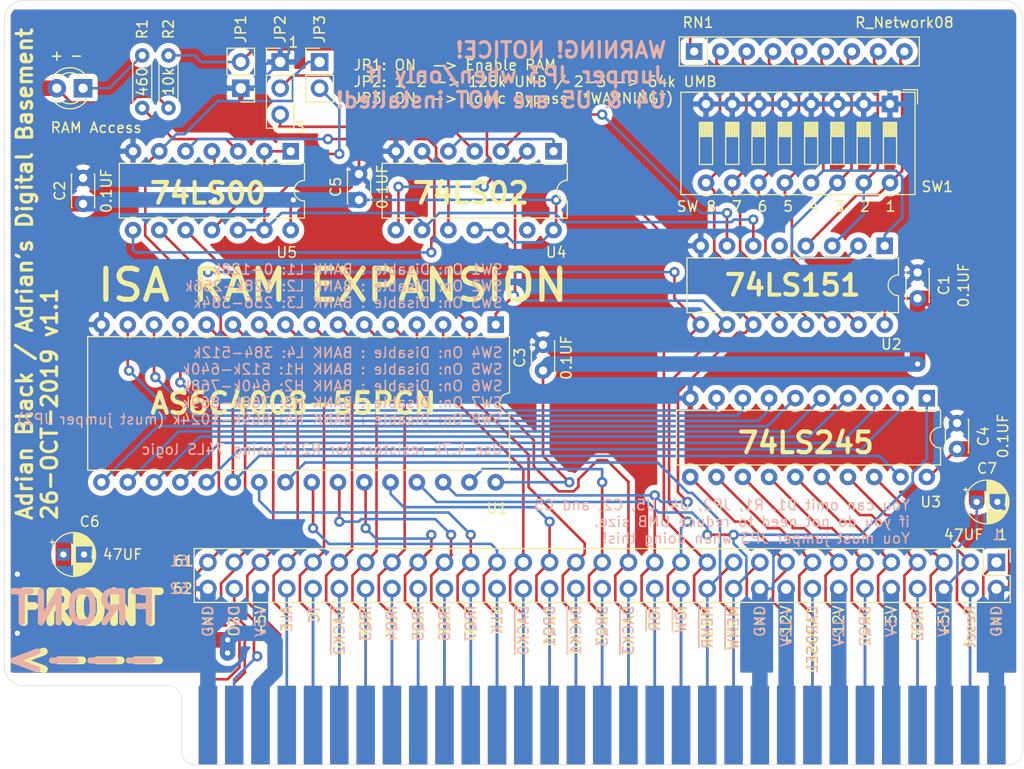
<source format=kicad_pcb>
(kicad_pcb (version 20171130) (host pcbnew "(5.1.4)-1")
  (title_block (title "8-bit ISA Prototying Board") (date 2019-02-07) (company "Monotech PCs"))
  (layers (0 F.Cu signal) (31 B.Cu signal) (36 B.SilkS user) (37 F.SilkS user) (38 B.Mask user hide) (39 F.Mask user hide) (44 Edge.Cuts user))
  (net 0 "")
  (net 1 A0)
  (net 2 A1)
  (net 3 A2)
  (net 4 A3)
  (net 5 A4)
  (net 6 A5)
  (net 7 A6)
  (net 8 A7)
  (net 9 A8)
  (net 10 A9)
  (net 11 A10)
  (net 12 A11)
  (net 13 A12)
  (net 14 A13)
  (net 15 A14)
  (net 16 A15)
  (net 17 A17)
  (net 18 A18)
  (net 19 A19)
  (net 20 AEN)
  (net 21 IORDY)
  (net 22 D0)
  (net 23 D1)
  (net 24 D2)
  (net 25 D3)
  (net 26 D4)
  (net 27 D5)
  (net 28 D6)
  (net 29 D7)
  (net 30 IOCHK)
  (net 31 GND)
  (net 32 OSC)
  (net 33 +5V)
  (net 34 ALE)
  (net 35 TC)
  (net 36 ~DACK2)
  (net 37 IRQ3)
  (net 38 IRQ4)
  (net 39 IRQ5)
  (net 40 IRQ6)
  (net 41 IRQ7)
  (net 42 CLK)
  (net 43 ~DACK0)
  (net 44 DRQ1)
  (net 45 ~DACK1)
  (net 46 DRQ3)
  (net 47 ~DACK3)
  (net 48 ~IOR)
  (net 49 ~IOW)
  (net 50 ~MEMR)
  (net 51 ~MEMW)
  (net 52 +12V)
  (net 53 CARDSEL)
  (net 54 -12V)
  (net 55 DRQ2)
  (net 56 -5V)
  (net 57 IRQ2)
  (net 58 RESET)
  (net 59 "Net-(RN1-Pad9)")
  (net 60 "Net-(RN1-Pad8)")
  (net 61 "Net-(RN1-Pad7)")
  (net 62 "Net-(RN1-Pad6)")
  (net 63 "Net-(RN1-Pad5)")
  (net 64 "Net-(RN1-Pad4)")
  (net 65 "Net-(RN1-Pad3)")
  (net 66 "Net-(RN1-Pad2)")
  (net 67 BD2)
  (net 68 BD1)
  (net 69 BD0)
  (net 70 SRAM_CE)
  (net 71 BD7)
  (net 72 BD6)
  (net 73 BD5)
  (net 74 BD4)
  (net 75 BD3)
  (net 76 DECODED_CS)
  (net 77 "Net-(U2-Pad5)")
  (net 78 "Net-(U4-Pad13)")
  (net 79 "Net-(U4-Pad10)")
  (net 80 "Net-(U4-Pad1)")
  (net 81 "Net-(D1-Pad1)")
  (net 82 A16)
  (net 83 "Net-(JP1-Pad2)")
  (net 84 "Net-(U4-Pad6)")
  (net 85 "Net-(U5-Pad1)")
  (net 86 "Net-(JP2-Pad3)")
  (net 87 "Net-(JP2-Pad2)")
  (net 88 "Net-(R1-Pad1)")
  (module Connector_PinHeader_2.54mm:PinHeader_1x03_P2.54mm_Vertical (layer F.Cu) (at 83.82 71.12)
    (fp_text reference JP2 (at 0 -3.175 90) (layer F.SilkS))
    (fp_text value "128k / 64k UMB")
    (pad 3 thru_hole oval (at 0 5.08) (size 1.7 1.7) (drill 1) (layers *.Cu *.Mask) (net 86 "Net-(JP2-Pad3)"))
    (pad 2 thru_hole oval (at 0 2.54) (size 1.7 1.7) (drill 1) (layers *.Cu *.Mask) (net 87 "Net-(JP2-Pad2)"))
    (pad 1 thru_hole rect (at 0 0) (size 1.7 1.7) (drill 1) (layers *.Cu *.Mask) (net 31 GND))
  )
  (module Connector_PinHeader_2.54mm:PinHeader_1x02_P2.54mm_Vertical (layer F.Cu) (at 87.63 71.12)
    (fp_text reference JP3 (at 0 -3.175 90) (layer F.SilkS))
    (fp_text value "Bypass Logic")
    (pad 2 thru_hole oval (at 0 2.54) (size 1.7 1.7) (drill 1) (layers *.Cu *.Mask) (net 76 DECODED_CS))
    (pad 1 thru_hole rect (at 0 0) (size 1.7 1.7) (drill 1) (layers *.Cu *.Mask) (net 70 SRAM_CE))
  )
  (module Package_DIP:DIP-16_W7.62mm (layer F.Cu) (at 142.24 88.9 270)
    (fp_text reference U2 (at 9.525 -0.635 180) (layer F.SilkS))
    (fp_text value 74LS151 (at 3.81 8.89 180) (layer F.SilkS) (effects (font (size 2 2) (thickness 0.4))))
    (pad 16 thru_hole oval (at 7.62 0 270) (size 1.6 1.6) (drill 0.8) (layers *.Cu *.Mask) (net 33 +5V))
    (pad 8 thru_hole oval (at 0 17.78 270) (size 1.6 1.6) (drill 0.8) (layers *.Cu *.Mask) (net 31 GND))
    (pad 15 thru_hole oval (at 7.62 2.54 270) (size 1.6 1.6) (drill 0.8) (layers *.Cu *.Mask) (net 63 "Net-(RN1-Pad5)"))
    (pad 7 thru_hole oval (at 0 15.24 270) (size 1.6 1.6) (drill 0.8) (layers *.Cu *.Mask) (net 83 "Net-(JP1-Pad2)"))
    (pad 14 thru_hole oval (at 7.62 5.08 270) (size 1.6 1.6) (drill 0.8) (layers *.Cu *.Mask) (net 64 "Net-(RN1-Pad4)"))
    (pad 6 thru_hole oval (at 0 12.7 270) (size 1.6 1.6) (drill 0.8) (layers *.Cu *.Mask) (net 76 DECODED_CS))
    (pad 13 thru_hole oval (at 7.62 7.62 270) (size 1.6 1.6) (drill 0.8) (layers *.Cu *.Mask) (net 65 "Net-(RN1-Pad3)"))
    (pad 5 thru_hole oval (at 0 10.16 270) (size 1.6 1.6) (drill 0.8) (layers *.Cu *.Mask) (net 77 "Net-(U2-Pad5)"))
    (pad 12 thru_hole oval (at 7.62 10.16 270) (size 1.6 1.6) (drill 0.8) (layers *.Cu *.Mask) (net 66 "Net-(RN1-Pad2)"))
    (pad 4 thru_hole oval (at 0 7.62 270) (size 1.6 1.6) (drill 0.8) (layers *.Cu *.Mask) (net 59 "Net-(RN1-Pad9)"))
    (pad 11 thru_hole oval (at 7.62 12.7 270) (size 1.6 1.6) (drill 0.8) (layers *.Cu *.Mask) (net 17 A17))
    (pad 3 thru_hole oval (at 0 5.08 270) (size 1.6 1.6) (drill 0.8) (layers *.Cu *.Mask) (net 60 "Net-(RN1-Pad8)"))
    (pad 10 thru_hole oval (at 7.62 15.24 270) (size 1.6 1.6) (drill 0.8) (layers *.Cu *.Mask) (net 18 A18))
    (pad 2 thru_hole oval (at 0 2.54 270) (size 1.6 1.6) (drill 0.8) (layers *.Cu *.Mask) (net 61 "Net-(RN1-Pad7)"))
    (pad 9 thru_hole oval (at 7.62 17.78 270) (size 1.6 1.6) (drill 0.8) (layers *.Cu *.Mask) (net 19 A19))
    (pad 1 thru_hole rect (at 0 0 270) (size 1.6 1.6) (drill 0.8) (layers *.Cu *.Mask) (net 62 "Net-(RN1-Pad6)"))
  )
  (module Capacitor_THT:C_Disc_D3.0mm_W2.0mm_P2.50mm (layer F.Cu) (at 109.22 100.965 90)
    (fp_text reference C3 (at 1.25 -2.25 90) (layer F.SilkS))
    (fp_text value 0.1UF (at 1.25 2.25 90) (layer F.SilkS))
    (pad 2 thru_hole circle (at 2.5 0 90) (size 1.6 1.6) (drill 0.8) (layers *.Cu *.Mask) (net 31 GND))
    (pad 1 thru_hole circle (at 0 0 90) (size 1.6 1.6) (drill 0.8) (layers *.Cu *.Mask) (net 33 +5V))
  )
  (module Capacitor_THT:CP_Radial_D4.0mm_P2.00mm (layer F.Cu) (at 151.13 113.665)
    (fp_text reference C7 (at 1 -3.25) (layer F.SilkS))
    (fp_text value 47UF (at -1.27 3.175) (layer F.SilkS))
    (pad 2 thru_hole circle (at 2 0) (size 1.2 1.2) (drill 0.6) (layers *.Cu *.Mask) (net 31 GND))
    (pad 1 thru_hole rect (at 0 0) (size 1.2 1.2) (drill 0.6) (layers *.Cu *.Mask) (net 33 +5V))
  )
  (module Resistor_THT:R_Axial_DIN0204_L3.6mm_D1.6mm_P5.08mm_Horizontal (layer F.Cu) (at 70.485 75.565 90)
    (fp_text reference R1 (at 7.62 0 90) (layer F.SilkS))
    (fp_text value 460 (at 2.54 0 90) (layer F.SilkS))
    (pad 2 thru_hole oval (at 5.08 0 90) (size 1.4 1.4) (drill 0.7) (layers *.Cu *.Mask) (net 81 "Net-(D1-Pad1)"))
    (pad 1 thru_hole circle (at 0 0 90) (size 1.4 1.4) (drill 0.7) (layers *.Cu *.Mask) (net 88 "Net-(R1-Pad1)"))
  )
  (module LED_THT:LED_D3.0mm (layer F.Cu) (at 64.77 73.66 180)
    (fp_text reference "RAM Access" (at -1.27 -3.81) (layer F.SilkS))
    (fp_text value LED)
    (pad 2 thru_hole circle (at 2.54 0 180) (size 1.8 1.8) (drill 0.9) (layers *.Cu *.Mask) (net 33 +5V))
    (pad 1 thru_hole rect (at 0 0 180) (size 1.8 1.8) (drill 0.9) (layers *.Cu *.Mask) (net 81 "Net-(D1-Pad1)"))
  )
  (module Button_Switch_THT:SW_DIP_SPSTx08_Slide_9.78x22.5mm_W7.62mm_P2.54mm (layer F.Cu) (at 142.748 75.184 270)
    (fp_text reference SW1 (at 8.001 -4.572 180) (layer F.SilkS))
    (fp_text value SW_DIP_x08)
    (pad 16 thru_hole oval (at 7.62 0 270) (size 1.6 1.6) (drill 0.8) (layers *.Cu *.Mask) (net 59 "Net-(RN1-Pad9)"))
    (pad 8 thru_hole oval (at 0 17.78 270) (size 1.6 1.6) (drill 0.8) (layers *.Cu *.Mask) (net 31 GND))
    (pad 15 thru_hole oval (at 7.62 2.54 270) (size 1.6 1.6) (drill 0.8) (layers *.Cu *.Mask) (net 60 "Net-(RN1-Pad8)"))
    (pad 7 thru_hole oval (at 0 15.24 270) (size 1.6 1.6) (drill 0.8) (layers *.Cu *.Mask) (net 31 GND))
    (pad 14 thru_hole oval (at 7.62 5.08 270) (size 1.6 1.6) (drill 0.8) (layers *.Cu *.Mask) (net 61 "Net-(RN1-Pad7)"))
    (pad 6 thru_hole oval (at 0 12.7 270) (size 1.6 1.6) (drill 0.8) (layers *.Cu *.Mask) (net 31 GND))
    (pad 13 thru_hole oval (at 7.62 7.62 270) (size 1.6 1.6) (drill 0.8) (layers *.Cu *.Mask) (net 62 "Net-(RN1-Pad6)"))
    (pad 5 thru_hole oval (at 0 10.16 270) (size 1.6 1.6) (drill 0.8) (layers *.Cu *.Mask) (net 31 GND))
    (pad 12 thru_hole oval (at 7.62 10.16 270) (size 1.6 1.6) (drill 0.8) (layers *.Cu *.Mask) (net 63 "Net-(RN1-Pad5)"))
    (pad 4 thru_hole oval (at 0 7.62 270) (size 1.6 1.6) (drill 0.8) (layers *.Cu *.Mask) (net 31 GND))
    (pad 11 thru_hole oval (at 7.62 12.7 270) (size 1.6 1.6) (drill 0.8) (layers *.Cu *.Mask) (net 64 "Net-(RN1-Pad4)"))
    (pad 3 thru_hole oval (at 0 5.08 270) (size 1.6 1.6) (drill 0.8) (layers *.Cu *.Mask) (net 31 GND))
    (pad 10 thru_hole oval (at 7.62 15.24 270) (size 1.6 1.6) (drill 0.8) (layers *.Cu *.Mask) (net 65 "Net-(RN1-Pad3)"))
    (pad 2 thru_hole oval (at 0 2.54 270) (size 1.6 1.6) (drill 0.8) (layers *.Cu *.Mask) (net 31 GND))
    (pad 9 thru_hole oval (at 7.62 17.78 270) (size 1.6 1.6) (drill 0.8) (layers *.Cu *.Mask) (net 66 "Net-(RN1-Pad2)"))
    (pad 1 thru_hole rect (at 0 0 270) (size 1.6 1.6) (drill 0.8) (layers *.Cu *.Mask) (net 31 GND))
  )
  (module Package_DIP:DIP-14_W7.62mm (layer F.Cu) (at 84.836 79.756 270)
    (fp_text reference U5 (at 9.779 0.381 180) (layer F.SilkS))
    (fp_text value 74LS00 (at 4.064 8.001 180) (layer F.SilkS) (effects (font (size 2 2) (thickness 0.4))))
    (pad 14 thru_hole oval (at 7.62 0 270) (size 1.6 1.6) (drill 0.8) (layers *.Cu *.Mask) (net 33 +5V))
    (pad 7 thru_hole oval (at 0 15.24 270) (size 1.6 1.6) (drill 0.8) (layers *.Cu *.Mask) (net 31 GND))
    (pad 13 thru_hole oval (at 7.62 2.54 270) (size 1.6 1.6) (drill 0.8) (layers *.Cu *.Mask) (net 76 DECODED_CS))
    (pad 6 thru_hole oval (at 0 12.7 270) (size 1.6 1.6) (drill 0.8) (layers *.Cu *.Mask) (net 70 SRAM_CE))
    (pad 12 thru_hole oval (at 7.62 5.08 270) (size 1.6 1.6) (drill 0.8) (layers *.Cu *.Mask) (net 76 DECODED_CS))
    (pad 5 thru_hole oval (at 0 10.16 270) (size 1.6 1.6) (drill 0.8) (layers *.Cu *.Mask) (net 79 "Net-(U4-Pad10)"))
    (pad 11 thru_hole oval (at 7.62 7.62 270) (size 1.6 1.6) (drill 0.8) (layers *.Cu *.Mask) (net 85 "Net-(U5-Pad1)"))
    (pad 4 thru_hole oval (at 0 7.62 270) (size 1.6 1.6) (drill 0.8) (layers *.Cu *.Mask) (net 33 +5V))
    (pad 10 thru_hole oval (at 7.62 10.16 270) (size 1.6 1.6) (drill 0.8) (layers *.Cu *.Mask) (net 82 A16))
    (pad 3 thru_hole oval (at 0 5.08 270) (size 1.6 1.6) (drill 0.8) (layers *.Cu *.Mask) (net 88 "Net-(R1-Pad1)"))
    (pad 9 thru_hole oval (at 7.62 12.7 270) (size 1.6 1.6) (drill 0.8) (layers *.Cu *.Mask) (net 19 A19))
    (pad 2 thru_hole oval (at 0 2.54 270) (size 1.6 1.6) (drill 0.8) (layers *.Cu *.Mask) (net 85 "Net-(U5-Pad1)"))
    (pad 8 thru_hole oval (at 7.62 15.24 270) (size 1.6 1.6) (drill 0.8) (layers *.Cu *.Mask) (net 84 "Net-(U4-Pad6)"))
    (pad 1 thru_hole rect (at 0 0 270) (size 1.6 1.6) (drill 0.8) (layers *.Cu *.Mask) (net 85 "Net-(U5-Pad1)"))
  )
  (module Package_DIP:DIP-14_W7.62mm (layer F.Cu) (at 110.236 79.756 270)
    (fp_text reference U4 (at 9.779 -0.254 180) (layer F.SilkS))
    (fp_text value 74LS02 (at 4.064 8.001 180) (layer F.SilkS) (effects (font (size 2 2) (thickness 0.4))))
    (pad 14 thru_hole oval (at 7.62 0 270) (size 1.6 1.6) (drill 0.8) (layers *.Cu *.Mask) (net 33 +5V))
    (pad 7 thru_hole oval (at 0 15.24 270) (size 1.6 1.6) (drill 0.8) (layers *.Cu *.Mask) (net 31 GND))
    (pad 13 thru_hole oval (at 7.62 2.54 270) (size 1.6 1.6) (drill 0.8) (layers *.Cu *.Mask) (net 78 "Net-(U4-Pad13)"))
    (pad 6 thru_hole oval (at 0 12.7 270) (size 1.6 1.6) (drill 0.8) (layers *.Cu *.Mask) (net 84 "Net-(U4-Pad6)"))
    (pad 12 thru_hole oval (at 7.62 5.08 270) (size 1.6 1.6) (drill 0.8) (layers *.Cu *.Mask) (net 33 +5V))
    (pad 5 thru_hole oval (at 0 10.16 270) (size 1.6 1.6) (drill 0.8) (layers *.Cu *.Mask) (net 80 "Net-(U4-Pad1)"))
    (pad 11 thru_hole oval (at 7.62 7.62 270) (size 1.6 1.6) (drill 0.8) (layers *.Cu *.Mask) (net 33 +5V))
    (pad 4 thru_hole oval (at 0 7.62 270) (size 1.6 1.6) (drill 0.8) (layers *.Cu *.Mask) (net 86 "Net-(JP2-Pad3)"))
    (pad 10 thru_hole oval (at 7.62 10.16 270) (size 1.6 1.6) (drill 0.8) (layers *.Cu *.Mask) (net 79 "Net-(U4-Pad10)"))
    (pad 3 thru_hole oval (at 0 5.08 270) (size 1.6 1.6) (drill 0.8) (layers *.Cu *.Mask) (net 17 A17))
    (pad 9 thru_hole oval (at 7.62 12.7 270) (size 1.6 1.6) (drill 0.8) (layers *.Cu *.Mask) (net 76 DECODED_CS))
    (pad 2 thru_hole oval (at 0 2.54 270) (size 1.6 1.6) (drill 0.8) (layers *.Cu *.Mask) (net 18 A18))
    (pad 8 thru_hole oval (at 7.62 15.24 270) (size 1.6 1.6) (drill 0.8) (layers *.Cu *.Mask) (net 87 "Net-(JP2-Pad2)"))
    (pad 1 thru_hole rect (at 0 0 270) (size 1.6 1.6) (drill 0.8) (layers *.Cu *.Mask) (net 80 "Net-(U4-Pad1)"))
  )
  (module Package_DIP:DIP-20_W7.62mm (layer F.Cu) (at 146.304 103.632 270)
    (fp_text reference U3 (at 10.033 -0.381 180) (layer F.SilkS))
    (fp_text value 74LS245 (at 4.318 11.684 180) (layer F.SilkS) (effects (font (size 2 2) (thickness 0.4))))
    (pad 20 thru_hole oval (at 7.62 0 270) (size 1.6 1.6) (drill 0.8) (layers *.Cu *.Mask) (net 33 +5V))
    (pad 10 thru_hole oval (at 0 22.86 270) (size 1.6 1.6) (drill 0.8) (layers *.Cu *.Mask) (net 31 GND))
    (pad 19 thru_hole oval (at 7.62 2.54 270) (size 1.6 1.6) (drill 0.8) (layers *.Cu *.Mask) (net 70 SRAM_CE))
    (pad 9 thru_hole oval (at 0 20.32 270) (size 1.6 1.6) (drill 0.8) (layers *.Cu *.Mask) (net 69 BD0))
    (pad 18 thru_hole oval (at 7.62 5.08 270) (size 1.6 1.6) (drill 0.8) (layers *.Cu *.Mask) (net 29 D7))
    (pad 8 thru_hole oval (at 0 17.78 270) (size 1.6 1.6) (drill 0.8) (layers *.Cu *.Mask) (net 68 BD1))
    (pad 17 thru_hole oval (at 7.62 7.62 270) (size 1.6 1.6) (drill 0.8) (layers *.Cu *.Mask) (net 28 D6))
    (pad 7 thru_hole oval (at 0 15.24 270) (size 1.6 1.6) (drill 0.8) (layers *.Cu *.Mask) (net 67 BD2))
    (pad 16 thru_hole oval (at 7.62 10.16 270) (size 1.6 1.6) (drill 0.8) (layers *.Cu *.Mask) (net 27 D5))
    (pad 6 thru_hole oval (at 0 12.7 270) (size 1.6 1.6) (drill 0.8) (layers *.Cu *.Mask) (net 75 BD3))
    (pad 15 thru_hole oval (at 7.62 12.7 270) (size 1.6 1.6) (drill 0.8) (layers *.Cu *.Mask) (net 26 D4))
    (pad 5 thru_hole oval (at 0 10.16 270) (size 1.6 1.6) (drill 0.8) (layers *.Cu *.Mask) (net 74 BD4))
    (pad 14 thru_hole oval (at 7.62 15.24 270) (size 1.6 1.6) (drill 0.8) (layers *.Cu *.Mask) (net 25 D3))
    (pad 4 thru_hole oval (at 0 7.62 270) (size 1.6 1.6) (drill 0.8) (layers *.Cu *.Mask) (net 73 BD5))
    (pad 13 thru_hole oval (at 7.62 17.78 270) (size 1.6 1.6) (drill 0.8) (layers *.Cu *.Mask) (net 24 D2))
    (pad 3 thru_hole oval (at 0 5.08 270) (size 1.6 1.6) (drill 0.8) (layers *.Cu *.Mask) (net 72 BD6))
    (pad 12 thru_hole oval (at 7.62 20.32 270) (size 1.6 1.6) (drill 0.8) (layers *.Cu *.Mask) (net 23 D1))
    (pad 2 thru_hole oval (at 0 2.54 270) (size 1.6 1.6) (drill 0.8) (layers *.Cu *.Mask) (net 71 BD7))
    (pad 11 thru_hole oval (at 7.62 22.86 270) (size 1.6 1.6) (drill 0.8) (layers *.Cu *.Mask) (net 22 D0))
    (pad 1 thru_hole rect (at 0 0 270) (size 1.6 1.6) (drill 0.8) (layers *.Cu *.Mask) (net 51 ~MEMW))
  )
  (module Package_DIP:DIP-32_W15.24mm (layer F.Cu) (at 104.648 96.52 270)
    (fp_text reference U1 (at 17.78 -0.127 180) (layer F.SilkS))
    (fp_text value AS6C4008-55PCN (at 7.62 19.558 180) (layer F.SilkS) (effects (font (size 2 2) (thickness 0.4))))
    (pad 32 thru_hole oval (at 15.24 0 270) (size 1.6 1.6) (drill 0.8) (layers *.Cu *.Mask) (net 33 +5V))
    (pad 16 thru_hole oval (at 0 38.1 270) (size 1.6 1.6) (drill 0.8) (layers *.Cu *.Mask) (net 31 GND))
    (pad 31 thru_hole oval (at 15.24 2.54 270) (size 1.6 1.6) (drill 0.8) (layers *.Cu *.Mask) (net 16 A15))
    (pad 15 thru_hole oval (at 0 35.56 270) (size 1.6 1.6) (drill 0.8) (layers *.Cu *.Mask) (net 67 BD2))
    (pad 30 thru_hole oval (at 15.24 5.08 270) (size 1.6 1.6) (drill 0.8) (layers *.Cu *.Mask) (net 17 A17))
    (pad 14 thru_hole oval (at 0 33.02 270) (size 1.6 1.6) (drill 0.8) (layers *.Cu *.Mask) (net 68 BD1))
    (pad 29 thru_hole oval (at 15.24 7.62 270) (size 1.6 1.6) (drill 0.8) (layers *.Cu *.Mask) (net 51 ~MEMW))
    (pad 13 thru_hole oval (at 0 30.48 270) (size 1.6 1.6) (drill 0.8) (layers *.Cu *.Mask) (net 69 BD0))
    (pad 28 thru_hole oval (at 15.24 10.16 270) (size 1.6 1.6) (drill 0.8) (layers *.Cu *.Mask) (net 14 A13))
    (pad 12 thru_hole oval (at 0 27.94 270) (size 1.6 1.6) (drill 0.8) (layers *.Cu *.Mask) (net 1 A0))
    (pad 27 thru_hole oval (at 15.24 12.7 270) (size 1.6 1.6) (drill 0.8) (layers *.Cu *.Mask) (net 9 A8))
    (pad 11 thru_hole oval (at 0 25.4 270) (size 1.6 1.6) (drill 0.8) (layers *.Cu *.Mask) (net 2 A1))
    (pad 26 thru_hole oval (at 15.24 15.24 270) (size 1.6 1.6) (drill 0.8) (layers *.Cu *.Mask) (net 10 A9))
    (pad 10 thru_hole oval (at 0 22.86 270) (size 1.6 1.6) (drill 0.8) (layers *.Cu *.Mask) (net 3 A2))
    (pad 25 thru_hole oval (at 15.24 17.78 270) (size 1.6 1.6) (drill 0.8) (layers *.Cu *.Mask) (net 12 A11))
    (pad 9 thru_hole oval (at 0 20.32 270) (size 1.6 1.6) (drill 0.8) (layers *.Cu *.Mask) (net 4 A3))
    (pad 24 thru_hole oval (at 15.24 20.32 270) (size 1.6 1.6) (drill 0.8) (layers *.Cu *.Mask) (net 50 ~MEMR))
    (pad 8 thru_hole oval (at 0 17.78 270) (size 1.6 1.6) (drill 0.8) (layers *.Cu *.Mask) (net 5 A4))
    (pad 23 thru_hole oval (at 15.24 22.86 270) (size 1.6 1.6) (drill 0.8) (layers *.Cu *.Mask) (net 11 A10))
    (pad 7 thru_hole oval (at 0 15.24 270) (size 1.6 1.6) (drill 0.8) (layers *.Cu *.Mask) (net 6 A5))
    (pad 22 thru_hole oval (at 15.24 25.4 270) (size 1.6 1.6) (drill 0.8) (layers *.Cu *.Mask) (net 70 SRAM_CE))
    (pad 6 thru_hole oval (at 0 12.7 270) (size 1.6 1.6) (drill 0.8) (layers *.Cu *.Mask) (net 7 A6))
    (pad 21 thru_hole oval (at 15.24 27.94 270) (size 1.6 1.6) (drill 0.8) (layers *.Cu *.Mask) (net 71 BD7))
    (pad 5 thru_hole oval (at 0 10.16 270) (size 1.6 1.6) (drill 0.8) (layers *.Cu *.Mask) (net 8 A7))
    (pad 20 thru_hole oval (at 15.24 30.48 270) (size 1.6 1.6) (drill 0.8) (layers *.Cu *.Mask) (net 72 BD6))
    (pad 4 thru_hole oval (at 0 7.62 270) (size 1.6 1.6) (drill 0.8) (layers *.Cu *.Mask) (net 13 A12))
    (pad 19 thru_hole oval (at 15.24 33.02 270) (size 1.6 1.6) (drill 0.8) (layers *.Cu *.Mask) (net 73 BD5))
    (pad 3 thru_hole oval (at 0 5.08 270) (size 1.6 1.6) (drill 0.8) (layers *.Cu *.Mask) (net 15 A14))
    (pad 18 thru_hole oval (at 15.24 35.56 270) (size 1.6 1.6) (drill 0.8) (layers *.Cu *.Mask) (net 74 BD4))
    (pad 2 thru_hole oval (at 0 2.54 270) (size 1.6 1.6) (drill 0.8) (layers *.Cu *.Mask) (net 82 A16))
    (pad 17 thru_hole oval (at 15.24 38.1 270) (size 1.6 1.6) (drill 0.8) (layers *.Cu *.Mask) (net 75 BD3))
    (pad 1 thru_hole rect (at 0 0 270) (size 1.6 1.6) (drill 0.8) (layers *.Cu *.Mask) (net 18 A18))
  )
  (module Resistor_THT:R_Array_SIP9 (layer F.Cu) (at 123.825 70.104)
    (fp_text reference RN1 (at 0.381 -2.794) (layer F.SilkS))
    (fp_text value R_Network08 (at 20.32 -2.794) (layer F.SilkS))
    (pad 9 thru_hole oval (at 20.32 0) (size 1.6 1.6) (drill 0.8) (layers *.Cu *.Mask) (net 59 "Net-(RN1-Pad9)"))
    (pad 8 thru_hole oval (at 17.78 0) (size 1.6 1.6) (drill 0.8) (layers *.Cu *.Mask) (net 60 "Net-(RN1-Pad8)"))
    (pad 7 thru_hole oval (at 15.24 0) (size 1.6 1.6) (drill 0.8) (layers *.Cu *.Mask) (net 61 "Net-(RN1-Pad7)"))
    (pad 6 thru_hole oval (at 12.7 0) (size 1.6 1.6) (drill 0.8) (layers *.Cu *.Mask) (net 62 "Net-(RN1-Pad6)"))
    (pad 5 thru_hole oval (at 10.16 0) (size 1.6 1.6) (drill 0.8) (layers *.Cu *.Mask) (net 63 "Net-(RN1-Pad5)"))
    (pad 4 thru_hole oval (at 7.62 0) (size 1.6 1.6) (drill 0.8) (layers *.Cu *.Mask) (net 64 "Net-(RN1-Pad4)"))
    (pad 3 thru_hole oval (at 5.08 0) (size 1.6 1.6) (drill 0.8) (layers *.Cu *.Mask) (net 65 "Net-(RN1-Pad3)"))
    (pad 2 thru_hole oval (at 2.54 0) (size 1.6 1.6) (drill 0.8) (layers *.Cu *.Mask) (net 66 "Net-(RN1-Pad2)"))
    (pad 1 thru_hole rect (at 0 0) (size 1.6 1.6) (drill 0.8) (layers *.Cu *.Mask) (net 33 +5V))
  )
  (module Resistor_THT:R_Axial_DIN0204_L3.6mm_D1.6mm_P5.08mm_Horizontal (layer F.Cu) (at 73.025 70.485 270)
    (fp_text reference R2 (at -2.54 0 90) (layer F.SilkS))
    (fp_text value 10k (at 2.54 0 90) (layer F.SilkS))
    (pad 2 thru_hole oval (at 5.08 0 270) (size 1.4 1.4) (drill 0.7) (layers *.Cu *.Mask) (net 33 +5V))
    (pad 1 thru_hole circle (at 0 0 270) (size 1.4 1.4) (drill 0.7) (layers *.Cu *.Mask) (net 83 "Net-(JP1-Pad2)"))
  )
  (module Connector_PinHeader_2.54mm:PinHeader_1x02_P2.54mm_Vertical (layer F.Cu) (at 80.01 73.66 180)
    (fp_text reference JP1 (at 0 5.715 90) (layer F.SilkS))
    (fp_text value "Enable RAM")
    (pad 2 thru_hole oval (at 0 2.54 180) (size 1.7 1.7) (drill 1) (layers *.Cu *.Mask) (net 83 "Net-(JP1-Pad2)"))
    (pad 1 thru_hole rect (at 0 0 180) (size 1.7 1.7) (drill 1) (layers *.Cu *.Mask) (net 31 GND))
  )
  (module Capacitor_THT:CP_Radial_D4.0mm_P2.00mm (layer F.Cu) (at 62.865 118.745)
    (fp_text reference C6 (at 2.54 -3.175) (layer F.SilkS))
    (fp_text value 47UF (at 5.715 0) (layer F.SilkS))
    (pad 2 thru_hole circle (at 2 0) (size 1.2 1.2) (drill 0.6) (layers *.Cu *.Mask) (net 31 GND))
    (pad 1 thru_hole rect (at 0 0) (size 1.2 1.2) (drill 0.6) (layers *.Cu *.Mask) (net 33 +5V))
  )
  (module Capacitor_THT:C_Disc_D3.0mm_W2.0mm_P2.50mm (layer F.Cu) (at 91.44 84.455 90)
    (fp_text reference C5 (at 1.25 -2.25 90) (layer F.SilkS))
    (fp_text value 0.1UF (at 1.25 2.25 90) (layer F.SilkS))
    (pad 2 thru_hole circle (at 2.5 0 90) (size 1.6 1.6) (drill 0.8) (layers *.Cu *.Mask) (net 31 GND))
    (pad 1 thru_hole circle (at 0 0 90) (size 1.6 1.6) (drill 0.8) (layers *.Cu *.Mask) (net 33 +5V))
  )
  (module Capacitor_THT:C_Disc_D3.0mm_W2.0mm_P2.50mm (layer F.Cu) (at 149.225 108.545 90)
    (fp_text reference C4 (at 1.23 2.54 90) (layer F.SilkS))
    (fp_text value 0.1UF (at 1.25 4.445 90) (layer F.SilkS))
    (pad 2 thru_hole circle (at 2.5 0 90) (size 1.6 1.6) (drill 0.8) (layers *.Cu *.Mask) (net 31 GND))
    (pad 1 thru_hole circle (at 0 0 90) (size 1.6 1.6) (drill 0.8) (layers *.Cu *.Mask) (net 33 +5V))
  )
  (module Capacitor_THT:C_Disc_D3.0mm_W2.0mm_P2.50mm (layer F.Cu) (at 64.77 84.836 90)
    (fp_text reference C2 (at 1.25 -2.25 90) (layer F.SilkS))
    (fp_text value 0.1UF (at 1.25 2.25 90) (layer F.SilkS))
    (pad 2 thru_hole circle (at 2.5 0 90) (size 1.6 1.6) (drill 0.8) (layers *.Cu *.Mask) (net 31 GND))
    (pad 1 thru_hole circle (at 0 0 90) (size 1.6 1.6) (drill 0.8) (layers *.Cu *.Mask) (net 33 +5V))
  )
  (module Capacitor_THT:C_Disc_D3.0mm_W2.0mm_P2.50mm (layer F.Cu) (at 145.415 93.98 90)
    (fp_text reference C1 (at 1.27 2.54 90) (layer F.SilkS))
    (fp_text value 0.1UF (at 1.27 4.445 90) (layer F.SilkS))
    (pad 2 thru_hole circle (at 2.5 0 90) (size 1.6 1.6) (drill 0.8) (layers *.Cu *.Mask) (net 31 GND))
    (pad 1 thru_hole circle (at 0 0 90) (size 1.6 1.6) (drill 0.8) (layers *.Cu *.Mask) (net 33 +5V))
  )
  (module Connector_PinHeader_2.54mm:PinHeader_2x31_P2.54mm_Vertical (layer F.Cu) (at 153.035 119.507 270)
    (fp_text reference J2 hide)
    (fp_text value Breakout hide)
    (pad 62 thru_hole oval (at 2.54 76.2 270) (size 1.7 1.7) (drill 1) (layers *.Cu *.Mask) (net 31 GND))
    (pad 61 thru_hole oval (at 0 76.2 270) (size 1.7 1.7) (drill 1) (layers *.Cu *.Mask) (net 1 A0))
    (pad 60 thru_hole oval (at 2.54 73.66 270) (size 1.7 1.7) (drill 1) (layers *.Cu *.Mask) (net 32 OSC))
    (pad 59 thru_hole oval (at 0 73.66 270) (size 1.7 1.7) (drill 1) (layers *.Cu *.Mask) (net 2 A1))
    (pad 58 thru_hole oval (at 2.54 71.12 270) (size 1.7 1.7) (drill 1) (layers *.Cu *.Mask) (net 33 +5V))
    (pad 57 thru_hole oval (at 0 71.12 270) (size 1.7 1.7) (drill 1) (layers *.Cu *.Mask) (net 3 A2))
    (pad 56 thru_hole oval (at 2.54 68.58 270) (size 1.7 1.7) (drill 1) (layers *.Cu *.Mask) (net 34 ALE))
    (pad 55 thru_hole oval (at 0 68.58 270) (size 1.7 1.7) (drill 1) (layers *.Cu *.Mask) (net 4 A3))
    (pad 54 thru_hole oval (at 2.54 66.04 270) (size 1.7 1.7) (drill 1) (layers *.Cu *.Mask) (net 35 TC))
    (pad 53 thru_hole oval (at 0 66.04 270) (size 1.7 1.7) (drill 1) (layers *.Cu *.Mask) (net 5 A4))
    (pad 52 thru_hole oval (at 2.54 63.5 270) (size 1.7 1.7) (drill 1) (layers *.Cu *.Mask) (net 36 ~DACK2))
    (pad 51 thru_hole oval (at 0 63.5 270) (size 1.7 1.7) (drill 1) (layers *.Cu *.Mask) (net 6 A5))
    (pad 50 thru_hole oval (at 2.54 60.96 270) (size 1.7 1.7) (drill 1) (layers *.Cu *.Mask) (net 37 IRQ3))
    (pad 49 thru_hole oval (at 0 60.96 270) (size 1.7 1.7) (drill 1) (layers *.Cu *.Mask) (net 7 A6))
    (pad 48 thru_hole oval (at 2.54 58.42 270) (size 1.7 1.7) (drill 1) (layers *.Cu *.Mask) (net 38 IRQ4))
    (pad 47 thru_hole oval (at 0 58.42 270) (size 1.7 1.7) (drill 1) (layers *.Cu *.Mask) (net 8 A7))
    (pad 46 thru_hole oval (at 2.54 55.88 270) (size 1.7 1.7) (drill 1) (layers *.Cu *.Mask) (net 39 IRQ5))
    (pad 45 thru_hole oval (at 0 55.88 270) (size 1.7 1.7) (drill 1) (layers *.Cu *.Mask) (net 9 A8))
    (pad 44 thru_hole oval (at 2.54 53.34 270) (size 1.7 1.7) (drill 1) (layers *.Cu *.Mask) (net 40 IRQ6))
    (pad 43 thru_hole oval (at 0 53.34 270) (size 1.7 1.7) (drill 1) (layers *.Cu *.Mask) (net 10 A9))
    (pad 42 thru_hole oval (at 2.54 50.8 270) (size 1.7 1.7) (drill 1) (layers *.Cu *.Mask) (net 41 IRQ7))
    (pad 41 thru_hole oval (at 0 50.8 270) (size 1.7 1.7) (drill 1) (layers *.Cu *.Mask) (net 11 A10))
    (pad 40 thru_hole oval (at 2.54 48.26 270) (size 1.7 1.7) (drill 1) (layers *.Cu *.Mask) (net 42 CLK))
    (pad 39 thru_hole oval (at 0 48.26 270) (size 1.7 1.7) (drill 1) (layers *.Cu *.Mask) (net 12 A11))
    (pad 38 thru_hole oval (at 2.54 45.72 270) (size 1.7 1.7) (drill 1) (layers *.Cu *.Mask) (net 43 ~DACK0))
    (pad 37 thru_hole oval (at 0 45.72 270) (size 1.7 1.7) (drill 1) (layers *.Cu *.Mask) (net 13 A12))
    (pad 36 thru_hole oval (at 2.54 43.18 270) (size 1.7 1.7) (drill 1) (layers *.Cu *.Mask) (net 44 DRQ1))
    (pad 35 thru_hole oval (at 0 43.18 270) (size 1.7 1.7) (drill 1) (layers *.Cu *.Mask) (net 14 A13))
    (pad 34 thru_hole oval (at 2.54 40.64 270) (size 1.7 1.7) (drill 1) (layers *.Cu *.Mask) (net 45 ~DACK1))
    (pad 33 thru_hole oval (at 0 40.64 270) (size 1.7 1.7) (drill 1) (layers *.Cu *.Mask) (net 15 A14))
    (pad 32 thru_hole oval (at 2.54 38.1 270) (size 1.7 1.7) (drill 1) (layers *.Cu *.Mask) (net 46 DRQ3))
    (pad 31 thru_hole oval (at 0 38.1 270) (size 1.7 1.7) (drill 1) (layers *.Cu *.Mask) (net 16 A15))
    (pad 30 thru_hole oval (at 2.54 35.56 270) (size 1.7 1.7) (drill 1) (layers *.Cu *.Mask) (net 47 ~DACK3))
    (pad 29 thru_hole oval (at 0 35.56 270) (size 1.7 1.7) (drill 1) (layers *.Cu *.Mask) (net 82 A16))
    (pad 28 thru_hole oval (at 2.54 33.02 270) (size 1.7 1.7) (drill 1) (layers *.Cu *.Mask) (net 48 ~IOR))
    (pad 27 thru_hole oval (at 0 33.02 270) (size 1.7 1.7) (drill 1) (layers *.Cu *.Mask) (net 17 A17))
    (pad 26 thru_hole oval (at 2.54 30.48 270) (size 1.7 1.7) (drill 1) (layers *.Cu *.Mask) (net 49 ~IOW))
    (pad 25 thru_hole oval (at 0 30.48 270) (size 1.7 1.7) (drill 1) (layers *.Cu *.Mask) (net 18 A18))
    (pad 24 thru_hole oval (at 2.54 27.94 270) (size 1.7 1.7) (drill 1) (layers *.Cu *.Mask) (net 50 ~MEMR))
    (pad 23 thru_hole oval (at 0 27.94 270) (size 1.7 1.7) (drill 1) (layers *.Cu *.Mask) (net 19 A19))
    (pad 22 thru_hole oval (at 2.54 25.4 270) (size 1.7 1.7) (drill 1) (layers *.Cu *.Mask) (net 51 ~MEMW))
    (pad 21 thru_hole oval (at 0 25.4 270) (size 1.7 1.7) (drill 1) (layers *.Cu *.Mask) (net 20 AEN))
    (pad 20 thru_hole oval (at 2.54 22.86 270) (size 1.7 1.7) (drill 1) (layers *.Cu *.Mask) (net 31 GND))
    (pad 19 thru_hole oval (at 0 22.86 270) (size 1.7 1.7) (drill 1) (layers *.Cu *.Mask) (net 21 IORDY))
    (pad 18 thru_hole oval (at 2.54 20.32 270) (size 1.7 1.7) (drill 1) (layers *.Cu *.Mask) (net 52 +12V))
    (pad 17 thru_hole oval (at 0 20.32 270) (size 1.7 1.7) (drill 1) (layers *.Cu *.Mask) (net 22 D0))
    (pad 16 thru_hole oval (at 2.54 17.78 270) (size 1.7 1.7) (drill 1) (layers *.Cu *.Mask) (net 53 CARDSEL))
    (pad 15 thru_hole oval (at 0 17.78 270) (size 1.7 1.7) (drill 1) (layers *.Cu *.Mask) (net 23 D1))
    (pad 14 thru_hole oval (at 2.54 15.24 270) (size 1.7 1.7) (drill 1) (layers *.Cu *.Mask) (net 54 -12V))
    (pad 13 thru_hole oval (at 0 15.24 270) (size 1.7 1.7) (drill 1) (layers *.Cu *.Mask) (net 24 D2))
    (pad 12 thru_hole oval (at 2.54 12.7 270) (size 1.7 1.7) (drill 1) (layers *.Cu *.Mask) (net 55 DRQ2))
    (pad 11 thru_hole oval (at 0 12.7 270) (size 1.7 1.7) (drill 1) (layers *.Cu *.Mask) (net 25 D3))
    (pad 10 thru_hole oval (at 2.54 10.16 270) (size 1.7 1.7) (drill 1) (layers *.Cu *.Mask) (net 56 -5V))
    (pad 9 thru_hole oval (at 0 10.16 270) (size 1.7 1.7) (drill 1) (layers *.Cu *.Mask) (net 26 D4))
    (pad 8 thru_hole oval (at 2.54 7.62 270) (size 1.7 1.7) (drill 1) (layers *.Cu *.Mask) (net 57 IRQ2))
    (pad 7 thru_hole oval (at 0 7.62 270) (size 1.7 1.7) (drill 1) (layers *.Cu *.Mask) (net 27 D5))
    (pad 6 thru_hole oval (at 2.54 5.08 270) (size 1.7 1.7) (drill 1) (layers *.Cu *.Mask) (net 33 +5V))
    (pad 5 thru_hole oval (at 0 5.08 270) (size 1.7 1.7) (drill 1) (layers *.Cu *.Mask) (net 28 D6))
    (pad 4 thru_hole oval (at 2.54 2.54 270) (size 1.7 1.7) (drill 1) (layers *.Cu *.Mask) (net 58 RESET))
    (pad 3 thru_hole oval (at 0 2.54 270) (size 1.7 1.7) (drill 1) (layers *.Cu *.Mask) (net 29 D7))
    (pad 2 thru_hole oval (at 2.54 0 270) (size 1.7 1.7) (drill 1) (layers *.Cu *.Mask) (net 31 GND))
    (pad 1 thru_hole rect (at 0 0 270) (size 1.7 1.7) (drill 1) (layers *.Cu *.Mask) (net 30 IOCHK))
  )
  (module Custom:Conn_Edge_PCB_ISA8 (layer F.Cu) (at 114.935 135.255)
    (fp_text reference J1 hide)
    (fp_text value Bus_ISA_8bit hide)
    (pad 1 connect rect (at 38.1 0) (size 1.778 7.62) (layers B.Cu B.Mask) (net 31 GND))
    (pad 2 connect rect (at 35.56 0) (size 1.778 7.62) (layers B.Cu B.Mask) (net 58 RESET))
    (pad 3 connect rect (at 33.02 0) (size 1.778 7.62) (layers B.Cu B.Mask) (net 33 +5V))
    (pad 4 connect rect (at 30.48 0) (size 1.778 7.62) (layers B.Cu B.Mask) (net 57 IRQ2))
    (pad 5 connect rect (at 27.94 0) (size 1.778 7.62) (layers B.Cu B.Mask) (net 56 -5V))
    (pad 6 connect rect (at 25.4 0) (size 1.778 7.62) (layers B.Cu B.Mask) (net 55 DRQ2))
    (pad 7 connect rect (at 22.86 0) (size 1.778 7.62) (layers B.Cu B.Mask) (net 54 -12V))
    (pad 8 connect rect (at 20.32 0) (size 1.778 7.62) (layers B.Cu B.Mask) (net 53 CARDSEL))
    (pad 9 connect rect (at 17.78 0) (size 1.778 7.62) (layers B.Cu B.Mask) (net 52 +12V))
    (pad 10 connect rect (at 15.24 0) (size 1.778 7.62) (layers B.Cu B.Mask) (net 31 GND))
    (pad 11 connect rect (at 12.7 0) (size 1.778 7.62) (layers B.Cu B.Mask) (net 51 ~MEMW))
    (pad 12 connect rect (at 10.16 0) (size 1.778 7.62) (layers B.Cu B.Mask) (net 50 ~MEMR))
    (pad 13 connect rect (at 7.62 0) (size 1.778 7.62) (layers B.Cu B.Mask) (net 49 ~IOW))
    (pad 14 connect rect (at 5.08 0) (size 1.778 7.62) (layers B.Cu B.Mask) (net 48 ~IOR))
    (pad 15 connect rect (at 2.54 0) (size 1.778 7.62) (layers B.Cu B.Mask) (net 47 ~DACK3))
    (pad 16 connect rect (at 0 0) (size 1.778 7.62) (layers B.Cu B.Mask) (net 46 DRQ3))
    (pad 17 connect rect (at -2.54 0) (size 1.778 7.62) (layers B.Cu B.Mask) (net 45 ~DACK1))
    (pad 18 connect rect (at -5.08 0) (size 1.778 7.62) (layers B.Cu B.Mask) (net 44 DRQ1))
    (pad 19 connect rect (at -7.62 0) (size 1.778 7.62) (layers B.Cu B.Mask) (net 43 ~DACK0))
    (pad 20 connect rect (at -10.16 0) (size 1.778 7.62) (layers B.Cu B.Mask) (net 42 CLK))
    (pad 21 connect rect (at -12.7 0) (size 1.778 7.62) (layers B.Cu B.Mask) (net 41 IRQ7))
    (pad 22 connect rect (at -15.24 0) (size 1.778 7.62) (layers B.Cu B.Mask) (net 40 IRQ6))
    (pad 23 connect rect (at -17.78 0) (size 1.778 7.62) (layers B.Cu B.Mask) (net 39 IRQ5))
    (pad 24 connect rect (at -20.32 0) (size 1.778 7.62) (layers B.Cu B.Mask) (net 38 IRQ4))
    (pad 25 connect rect (at -22.86 0) (size 1.778 7.62) (layers B.Cu B.Mask) (net 37 IRQ3))
    (pad 26 connect rect (at -25.4 0) (size 1.778 7.62) (layers B.Cu B.Mask) (net 36 ~DACK2))
    (pad 27 connect rect (at -27.94 0) (size 1.778 7.62) (layers B.Cu B.Mask) (net 35 TC))
    (pad 28 connect rect (at -30.48 0) (size 1.778 7.62) (layers B.Cu B.Mask) (net 34 ALE))
    (pad 29 connect rect (at -33.02 0) (size 1.778 7.62) (layers B.Cu B.Mask) (net 33 +5V))
    (pad 30 connect rect (at -35.56 0) (size 1.778 7.62) (layers B.Cu B.Mask) (net 32 OSC))
    (pad 31 connect rect (at -38.1 0) (size 1.778 7.62) (layers B.Cu B.Mask) (net 31 GND))
    (pad 32 connect rect (at 38.1 0) (size 1.778 7.62) (layers F.Cu F.Mask) (net 30 IOCHK))
    (pad 33 connect rect (at 35.56 0) (size 1.778 7.62) (layers F.Cu F.Mask) (net 29 D7))
    (pad 34 connect rect (at 33.02 0) (size 1.778 7.62) (layers F.Cu F.Mask) (net 28 D6))
    (pad 35 connect rect (at 30.48 0) (size 1.778 7.62) (layers F.Cu F.Mask) (net 27 D5))
    (pad 36 connect rect (at 27.94 0) (size 1.778 7.62) (layers F.Cu F.Mask) (net 26 D4))
    (pad 37 connect rect (at 25.4 0) (size 1.778 7.62) (layers F.Cu F.Mask) (net 25 D3))
    (pad 38 connect rect (at 22.86 0) (size 1.778 7.62) (layers F.Cu F.Mask) (net 24 D2))
    (pad 39 connect rect (at 20.32 0) (size 1.778 7.62) (layers F.Cu F.Mask) (net 23 D1))
    (pad 40 connect rect (at 17.78 0) (size 1.778 7.62) (layers F.Cu F.Mask) (net 22 D0))
    (pad 41 connect rect (at 15.24 0) (size 1.778 7.62) (layers F.Cu F.Mask) (net 21 IORDY))
    (pad 42 connect rect (at 12.7 0) (size 1.778 7.62) (layers F.Cu F.Mask) (net 20 AEN))
    (pad 43 connect rect (at 10.16 0) (size 1.778 7.62) (layers F.Cu F.Mask) (net 19 A19))
    (pad 44 connect rect (at 7.62 0) (size 1.778 7.62) (layers F.Cu F.Mask) (net 18 A18))
    (pad 45 connect rect (at 5.08 0) (size 1.778 7.62) (layers F.Cu F.Mask) (net 17 A17))
    (pad 46 connect rect (at 2.54 0) (size 1.778 7.62) (layers F.Cu F.Mask) (net 82 A16))
    (pad 47 connect rect (at 0 0) (size 1.778 7.62) (layers F.Cu F.Mask) (net 16 A15))
    (pad 48 connect rect (at -2.54 0) (size 1.778 7.62) (layers F.Cu F.Mask) (net 15 A14))
    (pad 49 connect rect (at -5.08 0) (size 1.778 7.62) (layers F.Cu F.Mask) (net 14 A13))
    (pad 50 connect rect (at -7.62 0) (size 1.778 7.62) (layers F.Cu F.Mask) (net 13 A12))
    (pad 51 connect rect (at -10.16 0) (size 1.778 7.62) (layers F.Cu F.Mask) (net 12 A11))
    (pad 52 connect rect (at -12.7 0) (size 1.778 7.62) (layers F.Cu F.Mask) (net 11 A10))
    (pad 53 connect rect (at -15.24 0) (size 1.778 7.62) (layers F.Cu F.Mask) (net 10 A9))
    (pad 54 connect rect (at -17.78 0) (size 1.778 7.62) (layers F.Cu F.Mask) (net 9 A8))
    (pad 55 connect rect (at -20.32 0) (size 1.778 7.62) (layers F.Cu F.Mask) (net 8 A7))
    (pad 56 connect rect (at -22.86 0) (size 1.778 7.62) (layers F.Cu F.Mask) (net 7 A6))
    (pad 57 connect rect (at -25.4 0) (size 1.778 7.62) (layers F.Cu F.Mask) (net 6 A5))
    (pad 58 connect rect (at -27.94 0) (size 1.778 7.62) (layers F.Cu F.Mask) (net 5 A4))
    (pad 59 connect rect (at -30.48 0) (size 1.778 7.62) (layers F.Cu F.Mask) (net 4 A3))
    (pad 60 connect rect (at -33.02 0) (size 1.778 7.62) (layers F.Cu F.Mask) (net 3 A2))
    (pad 61 connect rect (at -35.56 0) (size 1.778 7.62) (layers F.Cu F.Mask) (net 2 A1))
    (pad 62 connect rect (at -38.1 0) (size 1.778 7.62) (layers F.Cu F.Mask) (net 1 A0))
  )
  (gr_line (start 153.67 65.151) (end 59.055 65.151) (layer Edge.Cuts) (width 0.05))
  (gr_arc (start 59.055 67.056) (end 59.055 65.151) (angle -90) (layer Edge.Cuts) (width 0.05))
  (gr_line (start 57.15 67.056) (end 57.15 129.54) (layer Edge.Cuts) (width 0.05))
  (gr_text "You can omit D1, R1, JP2, U4, U5, C2, and C5\nif you do not need to reduce UMB size.\nYou must jumper JP3 when doing this!" (at 144.78 115.57) (layer B.SilkS) (effects (font (size 1 1)) (justify left mirror)))
  (gr_text 3 (at 85.725 77.47) (layer F.SilkS) (effects (font (size 1 1))))
  (gr_text 1 (at 85.09 69.215) (layer F.SilkS) (effects (font (size 1 1))))
  (gr_text "Use 4.7k resistors for R2 if using 74LS logic" (at 105.41 108.585) (layer B.SilkS) (effects (font (size 1 1)) (justify left mirror)))
  (gr_text "WARNING! NOTICE!\nJumper JP3 when/only if\nU4 & U5 are NOT installed!" (at 121.285 72.39) (layer B.SilkS) (effects (font (size 1.5 1.5) (thickness 0.3)) (justify left mirror)))
  (gr_text "SW1 On: Disable : BANK L1: 0-128k\nSW2 On: Disable : BANK L2: 128k-256k\nSW3 On: Disable : BANK L3: 256-384k\n\n\nSW4 On: Disable : BANK L4: 384-512k\nSW5 On: Disable : BANK H1: 512k-640k\nSW6 On: Disable : BANK H2: 640k-768k \nSW7 On: Disable : BANK H3: 768k-869k\nSW8 On: Disable : BANK H4: 869k-1024k (must jumper JP2)" (at 105.41 98.425) (layer B.SilkS) (effects (font (size 1 1)) (justify left mirror)))
  (gr_text "SW 8  7  6  5  4  3  2  1" (at 132.715 85.09) (layer F.SilkS) (effects (font (size 1 1))))
  (gr_text "Adrian Black / Adrian's Digital Basement\n26-OCT-2019 v1.1" (at 60.325 115.57 90) (layer F.SilkS) (effects (font (size 1.5 1.5) (thickness 0.3)) (justify left)))
  (gr_text "ISA RAM EXPANSION" (at 88.9 92.71) (layer F.SilkS) (effects (font (size 3 3) (thickness 0.5))))
  (gr_text - (at 64.135 70.485) (layer F.SilkS) (effects (font (size 1 1))))
  (gr_text + (at 62.23 70.485) (layer F.SilkS) (effects (font (size 1 1))))
  (gr_text "JP1: ON  -> Enable RAM\nJP2: 1-2 -> 128k UMB / 2-3 -> 64k UMB \nJP3: ON  -> Logic Bypass (*WARNING*)" (at 90.805 73.025) (layer F.SilkS) (effects (font (size 1 1)) (justify left)))
  (gr_arc (start 153.67 67.056) (end 155.575 67.056) (angle -90) (layer Edge.Cuts) (width 0.05))
  (gr_line (start 155.575 137.795) (end 155.575 67.056) (layer Edge.Cuts) (width 0.05))
  (gr_text "FRONT\n--->" (at 64.77 126.365) (layer B.SilkS) (effects (font (size 3 3) (thickness 0.6)) (justify mirror)))
  (gr_text "FRONT\n<---" (at 65.405 126.365) (layer F.SilkS) (effects (font (size 3 3) (thickness 0.75))))
  (gr_text 1 (at 153.67 116.84) (layer B.SilkS) (effects (font (size 1 1)) (justify left mirror)))
  (gr_text 61 (at 73.025 119.38) (layer B.SilkS) (effects (font (size 1 1)) (justify right mirror)))
  (gr_text 62 (at 73.025 122.047) (layer B.SilkS) (effects (font (size 1 1)) (justify right mirror)))
  (gr_text IRQ2 (at 145.415 123.571 90) (layer B.SilkS) (effects (font (size 1 1)) (justify left mirror)))
  (gr_text Reset (at 150.495 123.571 90) (layer B.SilkS) (effects (font (size 1 1)) (justify left mirror)))
  (gr_text DRQ2 (at 140.335 123.571 90) (layer B.SilkS) (effects (font (size 1 1)) (justify left mirror)))
  (gr_text GND (at 153.035 123.571 90) (layer B.SilkS) (effects (font (size 1 1)) (justify left mirror)))
  (gr_text +5V (at 147.955 123.571 90) (layer B.SilkS) (effects (font (size 1 1)) (justify left mirror)))
  (gr_text -5V (at 142.875 123.571 90) (layer B.SilkS) (effects (font (size 1 1)) (justify left mirror)))
  (gr_text IRQ6 (at 99.695 123.571 90) (layer B.SilkS) (effects (font (size 1 1)) (justify left mirror)))
  (gr_text IRQ7 (at 102.235 123.571 90) (layer B.SilkS) (effects (font (size 1 1)) (justify left mirror)))
  (gr_text CLK (at 104.775 123.571 90) (layer B.SilkS) (effects (font (size 1 1)) (justify left mirror)))
  (gr_text ~DACK1 (at 112.395 123.571 90) (layer B.SilkS) (effects (font (size 1 1)) (justify left mirror)))
  (gr_text ~IOR (at 120.015 123.571 90) (layer B.SilkS) (effects (font (size 1 1)) (justify left mirror)))
  (gr_text ~DACK0 (at 107.315 123.571 90) (layer B.SilkS) (effects (font (size 1 1)) (justify left mirror)))
  (gr_text -12V (at 137.795 123.571 90) (layer B.SilkS) (effects (font (size 1 1)) (justify left mirror)))
  (gr_text ~MEMR (at 125.095 123.571 90) (layer B.SilkS) (effects (font (size 1 1)) (justify left mirror)))
  (gr_text ~DACK3 (at 117.475 123.571 90) (layer B.SilkS) (effects (font (size 1 1)) (justify left mirror)))
  (gr_text DRQ1 (at 109.855 123.571 90) (layer B.SilkS) (effects (font (size 1 1)) (justify left mirror)))
  (gr_text CARDSEL (at 135.255 123.571 90) (layer B.SilkS) (effects (font (size 1 1)) (justify left mirror)))
  (gr_text ~DACK2 (at 89.535 123.571 90) (layer B.SilkS) (effects (font (size 1 1)) (justify left mirror)))
  (gr_text ~MEMW (at 127.635 123.571 90) (layer B.SilkS) (effects (font (size 1 1)) (justify left mirror)))
  (gr_text IRQ5 (at 97.155 123.571 90) (layer B.SilkS) (effects (font (size 1 1)) (justify left mirror)))
  (gr_text +5V (at 81.915 123.571 90) (layer B.SilkS) (effects (font (size 1 1)) (justify left mirror)))
  (gr_text IRQ3 (at 92.075 123.571 90) (layer B.SilkS) (effects (font (size 1 1)) (justify left mirror)))
  (gr_text IRQ4 (at 94.615 123.571 90) (layer B.SilkS) (effects (font (size 1 1)) (justify left mirror)))
  (gr_text DRQ3 (at 114.935 123.571 90) (layer B.SilkS) (effects (font (size 1 1)) (justify left mirror)))
  (gr_text +12V (at 132.715 123.571 90) (layer B.SilkS) (effects (font (size 1 1)) (justify left mirror)))
  (gr_text ~IOW (at 122.555 123.571 90) (layer B.SilkS) (effects (font (size 1 1)) (justify left mirror)))
  (gr_text OSC (at 79.375 123.571 90) (layer B.SilkS) (effects (font (size 1 1)) (justify left mirror)))
  (gr_text ALE (at 84.455 123.571 90) (layer B.SilkS) (effects (font (size 1 1)) (justify left mirror)))
  (gr_text TC (at 87.122 123.571 90) (layer B.SilkS) (effects (font (size 1 1)) (justify left mirror)))
  (gr_text GND (at 76.835 123.571 90) (layer B.SilkS) (effects (font (size 1 1)) (justify left mirror)))
  (gr_text GND (at 130.175 123.571 90) (layer B.SilkS) (effects (font (size 1 1)) (justify left mirror)))
  (gr_text 61 (at 75.565 119.38) (layer F.SilkS) (effects (font (size 1 1)) (justify right)))
  (gr_text 62 (at 75.438 122.047) (layer F.SilkS) (effects (font (size 1 1)) (justify right)))
  (gr_text 1 (at 153.035 116.84) (layer F.SilkS) (effects (font (size 1 1)) (justify left)))
  (gr_text ~DACK2 (at 89.535 123.571 90) (layer F.SilkS) (effects (font (size 1 1)) (justify right)))
  (gr_text +5V (at 81.915 123.571 90) (layer F.SilkS) (effects (font (size 1 1)) (justify right)))
  (gr_text IRQ3 (at 92.075 123.571 90) (layer F.SilkS) (effects (font (size 1 1)) (justify right)))
  (gr_text IRQ4 (at 94.615 123.571 90) (layer F.SilkS) (effects (font (size 1 1)) (justify right)))
  (gr_text IRQ5 (at 97.155 123.571 90) (layer F.SilkS) (effects (font (size 1 1)) (justify right)))
  (gr_text IRQ6 (at 99.695 123.571 90) (layer F.SilkS) (effects (font (size 1 1)) (justify right)))
  (gr_text IRQ7 (at 102.235 123.571 90) (layer F.SilkS) (effects (font (size 1 1)) (justify right)))
  (gr_text CLK (at 104.775 123.571 90) (layer F.SilkS) (effects (font (size 1 1)) (justify right)))
  (gr_text ~DACK0 (at 107.315 123.571 90) (layer F.SilkS) (effects (font (size 1 1)) (justify right)))
  (gr_text DRQ1 (at 109.855 123.571 90) (layer F.SilkS) (effects (font (size 1 1)) (justify right)))
  (gr_text ~DACK1 (at 112.395 123.571 90) (layer F.SilkS) (effects (font (size 1 1)) (justify right)))
  (gr_text DRQ3 (at 114.935 123.571 90) (layer F.SilkS) (effects (font (size 1 1)) (justify right)))
  (gr_text ~DACK3 (at 117.475 123.571 90) (layer F.SilkS) (effects (font (size 1 1)) (justify right)))
  (gr_text ~IOR (at 120.015 123.571 90) (layer F.SilkS) (effects (font (size 1 1)) (justify right)))
  (gr_text ~IOW (at 122.555 123.571 90) (layer F.SilkS) (effects (font (size 1 1)) (justify right)))
  (gr_text ~MEMR (at 125.095 123.571 90) (layer F.SilkS) (effects (font (size 1 1)) (justify right)))
  (gr_text ~MEMW (at 127.635 123.571 90) (layer F.SilkS) (effects (font (size 1 1)) (justify right)))
  (gr_text CARDSEL (at 135.255 123.571 90) (layer F.SilkS) (effects (font (size 1 1)) (justify right)))
  (gr_text +12V (at 132.715 123.571 90) (layer F.SilkS) (effects (font (size 1 1)) (justify right)))
  (gr_text -12V (at 137.795 123.571 90) (layer F.SilkS) (effects (font (size 1 1)) (justify right)))
  (gr_text TC (at 87.122 123.571 90) (layer F.SilkS) (effects (font (size 1 1)) (justify right)))
  (gr_text ALE (at 84.455 123.571 90) (layer F.SilkS) (effects (font (size 1 1)) (justify right)))
  (gr_text OSC (at 79.375 123.571 90) (layer F.SilkS) (effects (font (size 1 1)) (justify right)))
  (gr_text GND (at 76.835 123.571 90) (layer F.SilkS) (effects (font (size 1 1)) (justify right)))
  (gr_text GND (at 130.175 123.571 90) (layer F.SilkS) (effects (font (size 1 1)) (justify right)))
  (gr_text DRQ2 (at 140.335 123.571 90) (layer F.SilkS) (effects (font (size 1 1)) (justify right)))
  (gr_text IRQ2 (at 145.415 123.571 90) (layer F.SilkS) (effects (font (size 1 1)) (justify right)))
  (gr_text -5V (at 142.875 123.571 90) (layer F.SilkS) (effects (font (size 1 1)) (justify right)))
  (gr_text +5V (at 147.955 123.571 90) (layer F.SilkS) (effects (font (size 1 1)) (justify right)))
  (gr_text Reset (at 150.495 123.571 90) (layer F.SilkS) (effects (font (size 1 1)) (justify right)))
  (gr_text GND (at 153.035 123.571 90) (layer F.SilkS) (effects (font (size 1 1)) (justify right)))
  (gr_arc (start 154.305 137.795) (end 154.305 139.065) (angle -90) (layer Edge.Cuts) (width 0.05))
  (gr_arc (start 75.565 137.795) (end 74.295 137.795) (angle -90) (layer Edge.Cuts) (width 0.05))
  (gr_arc (start 73.025 132.715) (end 74.295 132.715) (angle -90) (layer Edge.Cuts) (width 0.05))
  (gr_arc (start 59.055 129.54) (end 57.15 129.54) (angle -90) (layer Edge.Cuts) (width 0.05))
  (gr_line (start 73.025 131.445) (end 59.055 131.445) (layer Edge.Cuts) (width 0.05))
  (gr_line (start 74.295 137.795) (end 74.295 132.715) (layer Edge.Cuts) (width 0.05))
  (gr_line (start 75.565 139.065) (end 154.305 139.065) (layer Edge.Cuts) (width 0.05))
  (segment (start 76.835 130.81) (end 76.835 135.255) (width 0.254) (layer F.Cu) (net 1))
  (segment (start 75.565 120.777) (end 75.565 123.317) (width 0.254) (layer F.Cu) (net 1))
  (segment (start 76.835 119.507) (end 75.565 120.777) (width 0.254) (layer F.Cu) (net 1))
  (segment (start 75.565 123.317) (end 77.386566 123.317) (width 0.254) (layer F.Cu) (net 1))
  (segment (start 77.386566 123.317) (end 79.88299 125.813424) (width 0.254) (layer F.Cu) (net 1))
  (segment (start 78.74 130.81) (end 76.835 130.81) (width 0.254) (layer F.Cu) (net 1))
  (segment (start 79.88299 125.813424) (end 79.88299 129.66701) (width 0.254) (layer F.Cu) (net 1))
  (segment (start 79.88299 129.66701) (end 78.74 130.81) (width 0.254) (layer F.Cu) (net 1))
  (segment (start 77.507999 97.319999) (end 76.708 96.52) (width 0.254) (layer F.Cu) (net 1))
  (segment (start 77.889001 97.701001) (end 77.507999 97.319999) (width 0.254) (layer F.Cu) (net 1))
  (segment (start 77.889001 118.452999) (end 77.889001 97.701001) (width 0.254) (layer F.Cu) (net 1))
  (segment (start 76.835 119.507) (end 77.889001 118.452999) (width 0.254) (layer F.Cu) (net 1))
  (segment (start 79.375 120.269) (end 79.375 119.507) (width 0.254) (layer F.Cu) (net 2))
  (segment (start 78.105 121.539) (end 79.375 120.269) (width 0.254) (layer F.Cu) (net 2))
  (segment (start 78.105 123.317) (end 78.105 121.539) (width 0.254) (layer F.Cu) (net 2))
  (segment (start 79.375 124.587) (end 79.3115 124.5235) (width 0.254) (layer F.Cu) (net 2))
  (segment (start 79.375 131.191) (end 80.391 130.175) (width 0.254) (layer F.Cu) (net 2))
  (segment (start 79.375 135.255) (end 79.375 131.191) (width 0.254) (layer F.Cu) (net 2))
  (segment (start 80.391 125.603) (end 78.994 124.206) (width 0.254) (layer F.Cu) (net 2))
  (segment (start 80.391 130.175) (end 80.391 125.603) (width 0.254) (layer F.Cu) (net 2))
  (segment (start 79.3115 124.5235) (end 78.994 124.206) (width 0.254) (layer F.Cu) (net 2))
  (segment (start 78.994 124.206) (end 78.105 123.317) (width 0.254) (layer F.Cu) (net 2))
  (segment (start 80.047999 97.319999) (end 79.248 96.52) (width 0.254) (layer F.Cu) (net 2))
  (segment (start 80.429001 97.701001) (end 80.047999 97.319999) (width 0.254) (layer F.Cu) (net 2))
  (segment (start 80.429001 118.452999) (end 80.429001 97.701001) (width 0.254) (layer F.Cu) (net 2))
  (segment (start 79.375 119.507) (end 80.429001 118.452999) (width 0.254) (layer F.Cu) (net 2))
  (segment (start 80.645 120.777) (end 81.915 119.507) (width 0.254) (layer F.Cu) (net 3))
  (segment (start 80.645 123.317) (end 80.645 120.777) (width 0.254) (layer F.Cu) (net 3))
  (segment (start 82.587999 97.319999) (end 81.788 96.52) (width 0.254) (layer F.Cu) (net 3))
  (segment (start 83.146999 97.878999) (end 82.587999 97.319999) (width 0.254) (layer F.Cu) (net 3))
  (segment (start 83.146999 118.275001) (end 83.146999 97.878999) (width 0.254) (layer F.Cu) (net 3))
  (segment (start 81.915 119.507) (end 83.146999 118.275001) (width 0.254) (layer F.Cu) (net 3))
  (segment (start 81.915 131.191) (end 82.296 130.81) (width 0.254) (layer F.Cu) (net 3))
  (segment (start 81.915 135.255) (end 81.915 131.191) (width 0.254) (layer F.Cu) (net 3))
  (segment (start 82.296 130.81) (end 83.185 130.81) (width 0.254) (layer F.Cu) (net 3))
  (segment (start 83.185 130.81) (end 83.82 130.175) (width 0.254) (layer F.Cu) (net 3))
  (segment (start 83.82 126.492) (end 81.8515 124.5235) (width 0.254) (layer F.Cu) (net 3))
  (segment (start 83.82 130.175) (end 83.82 126.492) (width 0.254) (layer F.Cu) (net 3))
  (segment (start 81.915 124.587) (end 81.8515 124.5235) (width 0.254) (layer F.Cu) (net 3))
  (segment (start 81.8515 124.5235) (end 80.645 123.317) (width 0.254) (layer F.Cu) (net 3))
  (segment (start 83.185 120.777) (end 84.455 119.507) (width 0.254) (layer F.Cu) (net 4))
  (segment (start 83.185 123.317) (end 83.185 120.777) (width 0.254) (layer F.Cu) (net 4))
  (segment (start 84.455 135.255) (end 84.455 124.587) (width 0.254) (layer F.Cu) (net 4))
  (segment (start 84.455 124.587) (end 83.185 123.317) (width 0.254) (layer F.Cu) (net 4))
  (segment (start 85.127999 97.319999) (end 84.328 96.52) (width 0.254) (layer F.Cu) (net 4))
  (segment (start 85.509001 97.701001) (end 85.127999 97.319999) (width 0.254) (layer F.Cu) (net 4))
  (segment (start 85.509001 118.452999) (end 85.509001 97.701001) (width 0.254) (layer F.Cu) (net 4))
  (segment (start 84.455 119.507) (end 85.509001 118.452999) (width 0.254) (layer F.Cu) (net 4))
  (segment (start 85.725 120.777) (end 86.995 119.507) (width 0.254) (layer F.Cu) (net 5))
  (segment (start 85.725 123.317) (end 85.725 120.777) (width 0.254) (layer F.Cu) (net 5))
  (segment (start 86.995 135.255) (end 86.995 124.587) (width 0.254) (layer F.Cu) (net 5))
  (segment (start 86.995 124.587) (end 85.725 123.317) (width 0.254) (layer F.Cu) (net 5))
  (segment (start 87.667999 97.319999) (end 86.868 96.52) (width 0.254) (layer F.Cu) (net 5))
  (segment (start 88.049001 97.701001) (end 87.667999 97.319999) (width 0.254) (layer F.Cu) (net 5))
  (segment (start 88.049001 118.452999) (end 88.049001 97.701001) (width 0.254) (layer F.Cu) (net 5))
  (segment (start 86.995 119.507) (end 88.049001 118.452999) (width 0.254) (layer F.Cu) (net 5))
  (segment (start 88.265 120.777) (end 89.535 119.507) (width 0.254) (layer F.Cu) (net 6))
  (segment (start 88.265 123.317) (end 88.265 120.777) (width 0.254) (layer F.Cu) (net 6))
  (segment (start 89.535 135.255) (end 89.535 124.587) (width 0.254) (layer F.Cu) (net 6))
  (segment (start 89.535 124.587) (end 88.265 123.317) (width 0.254) (layer F.Cu) (net 6))
  (segment (start 90.207999 97.319999) (end 89.408 96.52) (width 0.254) (layer F.Cu) (net 6))
  (segment (start 90.766999 97.878999) (end 90.207999 97.319999) (width 0.254) (layer F.Cu) (net 6))
  (segment (start 90.766999 118.275001) (end 90.766999 97.878999) (width 0.254) (layer F.Cu) (net 6))
  (segment (start 89.535 119.507) (end 90.766999 118.275001) (width 0.254) (layer F.Cu) (net 6))
  (segment (start 90.805 120.777) (end 92.075 119.507) (width 0.254) (layer F.Cu) (net 7))
  (segment (start 90.805 123.317) (end 90.805 120.777) (width 0.254) (layer F.Cu) (net 7))
  (segment (start 92.075 135.255) (end 92.075 124.587) (width 0.254) (layer F.Cu) (net 7))
  (segment (start 92.075 124.587) (end 90.805 123.317) (width 0.254) (layer F.Cu) (net 7))
  (segment (start 92.747999 97.319999) (end 91.948 96.52) (width 0.254) (layer F.Cu) (net 7))
  (segment (start 93.129001 97.701001) (end 92.747999 97.319999) (width 0.254) (layer F.Cu) (net 7))
  (segment (start 93.129001 118.452999) (end 93.129001 97.701001) (width 0.254) (layer F.Cu) (net 7))
  (segment (start 92.075 119.507) (end 93.129001 118.452999) (width 0.254) (layer F.Cu) (net 7))
  (segment (start 93.345 120.777) (end 94.615 119.507) (width 0.254) (layer F.Cu) (net 8))
  (segment (start 93.345 123.317) (end 93.345 120.777) (width 0.254) (layer F.Cu) (net 8))
  (segment (start 94.615 135.255) (end 94.615 124.587) (width 0.254) (layer F.Cu) (net 8))
  (segment (start 94.615 124.587) (end 93.345 123.317) (width 0.254) (layer F.Cu) (net 8))
  (segment (start 95.287999 97.319999) (end 94.488 96.52) (width 0.254) (layer F.Cu) (net 8))
  (segment (start 95.846999 97.878999) (end 95.287999 97.319999) (width 0.254) (layer F.Cu) (net 8))
  (segment (start 95.846999 118.275001) (end 95.846999 97.878999) (width 0.254) (layer F.Cu) (net 8))
  (segment (start 94.615 119.507) (end 95.846999 118.275001) (width 0.254) (layer F.Cu) (net 8))
  (segment (start 95.885 120.777) (end 97.155 119.507) (width 0.254) (layer F.Cu) (net 9))
  (segment (start 95.885 123.317) (end 95.885 120.777) (width 0.254) (layer F.Cu) (net 9))
  (segment (start 97.155 135.255) (end 97.155 124.587) (width 0.254) (layer F.Cu) (net 9))
  (segment (start 97.155 124.587) (end 95.885 123.317) (width 0.254) (layer F.Cu) (net 9))
  (segment (start 97.155 119.507) (end 98.209001 118.452999) (width 0.254) (layer F.Cu) (net 9))
  (segment (start 97.155 119.507) (end 98.425 118.237) (width 0.254) (layer F.Cu) (net 9))
  (via (at 98.425 116.84) (size 1) (drill 0.5) (layers F.Cu B.Cu) (net 9))
  (segment (start 92.075 116.205) (end 92.075 116.205) (width 0.254) (layer B.Cu) (net 9))
  (via (at 92.075 116.205) (size 1) (drill 0.5) (layers F.Cu B.Cu) (net 9))
  (segment (start 92.075 111.887) (end 91.948 111.76) (width 0.254) (layer F.Cu) (net 9))
  (segment (start 92.075 116.205) (end 92.075 111.887) (width 0.254) (layer F.Cu) (net 9))
  (segment (start 98.052009 117.212991) (end 98.425 116.84) (width 0.254) (layer B.Cu) (net 9))
  (segment (start 92.075 116.205) (end 93.082991 117.212991) (width 0.254) (layer B.Cu) (net 9))
  (segment (start 93.082991 117.212991) (end 98.052009 117.212991) (width 0.254) (layer B.Cu) (net 9))
  (segment (start 98.425 118.237) (end 98.425 116.84) (width 0.254) (layer F.Cu) (net 9))
  (segment (start 98.425 120.777) (end 99.695 119.507) (width 0.254) (layer F.Cu) (net 10))
  (segment (start 98.425 123.317) (end 98.425 120.777) (width 0.254) (layer F.Cu) (net 10))
  (segment (start 99.695 135.255) (end 99.695 124.587) (width 0.254) (layer F.Cu) (net 10))
  (segment (start 99.695 124.587) (end 98.425 123.317) (width 0.254) (layer F.Cu) (net 10))
  (segment (start 99.695 119.507) (end 100.3935 118.8085) (width 0.254) (layer F.Cu) (net 10))
  (via (at 100.33 116.84) (size 1) (drill 0.5) (layers F.Cu B.Cu) (net 10))
  (segment (start 89.535 115.57) (end 89.535 115.57) (width 0.254) (layer B.Cu) (net 10))
  (via (at 89.535 115.57) (size 1) (drill 0.5) (layers F.Cu B.Cu) (net 10))
  (segment (start 89.535 111.887) (end 89.408 111.76) (width 0.254) (layer F.Cu) (net 10))
  (segment (start 89.535 115.57) (end 89.535 111.887) (width 0.254) (layer F.Cu) (net 10))
  (segment (start 99.830001 116.340001) (end 100.33 116.84) (width 0.254) (layer B.Cu) (net 10))
  (segment (start 98.813999 115.323999) (end 99.830001 116.340001) (width 0.254) (layer B.Cu) (net 10))
  (segment (start 91.652119 115.323999) (end 98.813999 115.323999) (width 0.254) (layer B.Cu) (net 10))
  (segment (start 91.406118 115.57) (end 91.652119 115.323999) (width 0.254) (layer B.Cu) (net 10))
  (segment (start 89.535 115.57) (end 91.406118 115.57) (width 0.254) (layer B.Cu) (net 10))
  (segment (start 100.33 118.745) (end 100.3935 118.8085) (width 0.254) (layer F.Cu) (net 10))
  (segment (start 100.33 116.84) (end 100.33 118.745) (width 0.254) (layer F.Cu) (net 10))
  (segment (start 100.965 120.777) (end 102.235 119.507) (width 0.254) (layer F.Cu) (net 11))
  (segment (start 100.965 123.317) (end 100.965 120.777) (width 0.254) (layer F.Cu) (net 11))
  (segment (start 102.235 135.255) (end 102.235 124.587) (width 0.254) (layer F.Cu) (net 11))
  (segment (start 102.235 124.587) (end 100.965 123.317) (width 0.254) (layer F.Cu) (net 11))
  (via (at 102.235 116.84) (size 1) (drill 0.5) (layers F.Cu B.Cu) (net 11))
  (segment (start 81.788 113.538) (end 81.788 111.76) (width 0.254) (layer B.Cu) (net 11))
  (segment (start 82.938999 114.688999) (end 81.788 113.538) (width 0.254) (layer B.Cu) (net 11))
  (segment (start 102.235 116.84) (end 100.083999 114.688999) (width 0.254) (layer B.Cu) (net 11))
  (segment (start 100.083999 114.688999) (end 82.938999 114.688999) (width 0.254) (layer B.Cu) (net 11))
  (segment (start 102.235 116.84) (end 102.235 119.507) (width 0.254) (layer F.Cu) (net 11))
  (segment (start 103.505 120.777) (end 104.775 119.507) (width 0.254) (layer F.Cu) (net 12))
  (segment (start 103.505 123.317) (end 103.505 120.777) (width 0.254) (layer F.Cu) (net 12))
  (segment (start 104.775 135.255) (end 104.775 124.587) (width 0.254) (layer F.Cu) (net 12))
  (segment (start 104.775 124.587) (end 103.505 123.317) (width 0.254) (layer F.Cu) (net 12))
  (segment (start 86.995 116.205) (end 86.995 116.205) (width 0.254) (layer B.Cu) (net 12))
  (via (at 86.995 116.205) (size 1) (drill 0.5) (layers F.Cu B.Cu) (net 12))
  (segment (start 86.995 111.887) (end 86.868 111.76) (width 0.254) (layer F.Cu) (net 12))
  (segment (start 86.995 116.205) (end 86.995 111.887) (width 0.254) (layer F.Cu) (net 12))
  (segment (start 86.995 116.205) (end 88.511001 117.721001) (width 0.254) (layer B.Cu) (net 12))
  (segment (start 104.191082 117.721001) (end 101.846001 117.721001) (width 0.254) (layer B.Cu) (net 12))
  (segment (start 104.775 118.304919) (end 104.191082 117.721001) (width 0.254) (layer B.Cu) (net 12))
  (segment (start 104.775 119.507) (end 104.775 118.304919) (width 0.254) (layer B.Cu) (net 12))
  (segment (start 88.511001 117.721001) (end 101.846001 117.721001) (width 0.254) (layer B.Cu) (net 12))
  (segment (start 101.846001 117.721001) (end 101.988999 117.721001) (width 0.254) (layer B.Cu) (net 12))
  (segment (start 106.045 120.777) (end 107.315 119.507) (width 0.254) (layer F.Cu) (net 13))
  (segment (start 106.045 123.317) (end 106.045 120.777) (width 0.254) (layer F.Cu) (net 13))
  (segment (start 107.315 135.255) (end 107.315 124.587) (width 0.254) (layer F.Cu) (net 13))
  (segment (start 107.315 124.587) (end 106.045 123.317) (width 0.254) (layer F.Cu) (net 13))
  (segment (start 97.028 96.52) (end 97.028 100.203) (width 0.254) (layer F.Cu) (net 13))
  (segment (start 107.315 110.49) (end 107.315 119.507) (width 0.254) (layer F.Cu) (net 13))
  (segment (start 97.028 100.203) (end 107.315 110.49) (width 0.254) (layer F.Cu) (net 13))
  (segment (start 108.585 120.777) (end 109.855 119.507) (width 0.254) (layer F.Cu) (net 14))
  (segment (start 108.585 123.317) (end 108.585 120.777) (width 0.254) (layer F.Cu) (net 14))
  (segment (start 109.855 135.255) (end 109.855 124.587) (width 0.254) (layer F.Cu) (net 14))
  (segment (start 109.855 124.587) (end 108.585 123.317) (width 0.254) (layer F.Cu) (net 14))
  (segment (start 109.855 119.507) (end 109.855 115.57) (width 0.254) (layer F.Cu) (net 14))
  (segment (start 109.855 115.57) (end 109.855 115.57) (width 0.254) (layer F.Cu) (net 14))
  (via (at 109.855 115.57) (size 1) (drill 0.5) (layers F.Cu B.Cu) (net 14))
  (segment (start 94.488 112.903) (end 95.75801 114.17301) (width 0.254) (layer B.Cu) (net 14))
  (segment (start 94.488 111.76) (end 94.488 112.903) (width 0.254) (layer B.Cu) (net 14))
  (segment (start 108.45801 114.17301) (end 107.82301 114.17301) (width 0.254) (layer B.Cu) (net 14))
  (segment (start 109.855 115.57) (end 108.45801 114.17301) (width 0.254) (layer B.Cu) (net 14))
  (segment (start 95.75801 114.17301) (end 107.82301 114.17301) (width 0.254) (layer B.Cu) (net 14))
  (segment (start 107.82301 114.17301) (end 108.07699 114.17301) (width 0.254) (layer B.Cu) (net 14))
  (segment (start 111.125 120.777) (end 112.395 119.507) (width 0.254) (layer F.Cu) (net 15))
  (segment (start 111.125 123.317) (end 111.125 120.777) (width 0.254) (layer F.Cu) (net 15))
  (segment (start 112.395 135.255) (end 112.395 124.587) (width 0.254) (layer F.Cu) (net 15))
  (segment (start 112.395 124.587) (end 111.125 123.317) (width 0.254) (layer F.Cu) (net 15))
  (segment (start 99.568 100.838) (end 99.568 96.52) (width 0.254) (layer F.Cu) (net 15))
  (segment (start 107.82301 109.09301) (end 99.568 100.838) (width 0.254) (layer F.Cu) (net 15))
  (segment (start 107.82301 112.234128) (end 107.82301 109.09301) (width 0.254) (layer F.Cu) (net 15))
  (segment (start 113.244999 117.656117) (end 107.82301 112.234128) (width 0.254) (layer F.Cu) (net 15))
  (segment (start 112.395 119.507) (end 113.244999 118.657001) (width 0.254) (layer F.Cu) (net 15))
  (segment (start 113.244999 118.657001) (end 113.244999 117.656117) (width 0.254) (layer F.Cu) (net 15))
  (segment (start 113.665 120.777) (end 114.935 119.507) (width 0.254) (layer F.Cu) (net 16))
  (segment (start 113.665 123.317) (end 113.665 120.777) (width 0.254) (layer F.Cu) (net 16))
  (segment (start 114.935 135.255) (end 114.935 124.587) (width 0.254) (layer F.Cu) (net 16))
  (segment (start 114.935 124.587) (end 113.665 123.317) (width 0.254) (layer F.Cu) (net 16))
  (segment (start 114.935 119.507) (end 114.935 111.76) (width 0.254) (layer F.Cu) (net 16))
  (segment (start 103.378 110.49) (end 102.108 111.76) (width 0.254) (layer B.Cu) (net 16))
  (segment (start 114.935 110.49) (end 103.378 110.49) (width 0.254) (layer B.Cu) (net 16))
  (via (at 114.935 111.76) (size 1) (drill 0.5) (layers F.Cu B.Cu) (net 16))
  (segment (start 114.935 110.49) (end 114.935 111.76) (width 0.254) (layer B.Cu) (net 16))
  (segment (start 118.745 120.777) (end 120.015 119.507) (width 0.254) (layer F.Cu) (net 17))
  (segment (start 118.745 123.317) (end 118.745 120.777) (width 0.254) (layer F.Cu) (net 17))
  (segment (start 120.015 135.255) (end 120.015 124.587) (width 0.254) (layer F.Cu) (net 17))
  (segment (start 120.015 124.587) (end 118.745 123.317) (width 0.254) (layer F.Cu) (net 17))
  (segment (start 120.015 119.507) (end 120.015 113.03) (width 0.254) (layer F.Cu) (net 17))
  (segment (start 120.015 113.03) (end 120.015 113.03) (width 0.254) (layer F.Cu) (net 17))
  (via (at 120.015 113.03) (size 1) (drill 0.5) (layers F.Cu B.Cu) (net 17))
  (segment (start 100.838 113.03) (end 99.568 111.76) (width 0.254) (layer B.Cu) (net 17))
  (segment (start 120.015 113.03) (end 100.838 113.03) (width 0.254) (layer B.Cu) (net 17))
  (segment (start 105.156 79.756) (end 107.442 77.47) (width 0.254) (layer F.Cu) (net 17))
  (segment (start 107.442 77.47) (end 112.395 77.47) (width 0.254) (layer F.Cu) (net 17))
  (segment (start 129.54 96.52) (end 112.395 79.375) (width 0.254) (layer F.Cu) (net 17))
  (segment (start 112.395 79.375) (end 112.395 77.47) (width 0.254) (layer F.Cu) (net 17))
  (segment (start 122.262999 103.065119) (end 122.262999 112.737999) (width 0.254) (layer F.Cu) (net 17))
  (segment (start 128.008119 97.319999) (end 122.262999 103.065119) (width 0.254) (layer F.Cu) (net 17))
  (segment (start 129.54 96.52) (end 128.740001 97.319999) (width 0.254) (layer F.Cu) (net 17))
  (segment (start 128.740001 97.319999) (end 128.008119 97.319999) (width 0.254) (layer F.Cu) (net 17))
  (segment (start 122.262999 112.737999) (end 123.19 113.665) (width 0.254) (layer F.Cu) (net 17))
  (segment (start 123.19 113.665) (end 123.19 113.665) (width 0.254) (layer F.Cu) (net 17))
  (via (at 123.19 113.665) (size 1) (drill 0.5) (layers F.Cu B.Cu) (net 17))
  (segment (start 120.65 113.665) (end 120.015 113.03) (width 0.254) (layer B.Cu) (net 17))
  (segment (start 123.19 113.665) (end 120.65 113.665) (width 0.254) (layer B.Cu) (net 17))
  (segment (start 121.285 120.777) (end 122.555 119.507) (width 0.254) (layer F.Cu) (net 18))
  (segment (start 121.285 123.317) (end 121.285 120.777) (width 0.254) (layer F.Cu) (net 18))
  (segment (start 122.555 135.255) (end 122.555 124.587) (width 0.254) (layer F.Cu) (net 18))
  (segment (start 122.555 124.587) (end 121.285 123.317) (width 0.254) (layer F.Cu) (net 18))
  (segment (start 106.896001 80.555999) (end 107.696 79.756) (width 0.254) (layer F.Cu) (net 18))
  (segment (start 106.514999 80.937001) (end 106.896001 80.555999) (width 0.254) (layer F.Cu) (net 18))
  (segment (start 106.514999 93.599001) (end 106.514999 80.937001) (width 0.254) (layer F.Cu) (net 18))
  (segment (start 104.648 95.466) (end 106.407 93.707) (width 0.254) (layer F.Cu) (net 18))
  (segment (start 104.648 96.52) (end 104.648 95.466) (width 0.254) (layer F.Cu) (net 18))
  (segment (start 106.407 93.707) (end 106.514999 93.599001) (width 0.254) (layer F.Cu) (net 18))
  (via (at 106.407 93.707) (size 1) (drill 0.5) (layers F.Cu B.Cu) (net 18))
  (segment (start 126.200001 95.720001) (end 127 96.52) (width 0.254) (layer B.Cu) (net 18))
  (segment (start 124.686999 94.206999) (end 126.200001 95.720001) (width 0.254) (layer B.Cu) (net 18))
  (segment (start 106.906999 94.206999) (end 124.686999 94.206999) (width 0.254) (layer B.Cu) (net 18))
  (segment (start 106.407 93.707) (end 106.906999 94.206999) (width 0.254) (layer B.Cu) (net 18))
  (segment (start 127 96.52) (end 125.095 98.425) (width 0.254) (layer F.Cu) (net 18))
  (segment (start 121.404011 102.115989) (end 121.404011 113.784011) (width 0.254) (layer F.Cu) (net 18))
  (segment (start 125.095 98.425) (end 121.404011 102.115989) (width 0.254) (layer F.Cu) (net 18))
  (segment (start 121.404011 113.784011) (end 123.19 115.57) (width 0.254) (layer F.Cu) (net 18))
  (segment (start 123.19 115.57) (end 123.19 115.57) (width 0.254) (layer F.Cu) (net 18))
  (via (at 123.19 115.57) (size 1) (drill 0.5) (layers F.Cu B.Cu) (net 18))
  (segment (start 122.555 116.205) (end 123.19 115.57) (width 0.254) (layer B.Cu) (net 18))
  (segment (start 122.555 119.507) (end 122.555 116.205) (width 0.254) (layer B.Cu) (net 18))
  (segment (start 123.825 120.777) (end 125.095 119.507) (width 0.254) (layer F.Cu) (net 19))
  (segment (start 123.825 123.317) (end 123.825 120.777) (width 0.254) (layer F.Cu) (net 19))
  (segment (start 125.095 135.255) (end 125.095 124.587) (width 0.254) (layer F.Cu) (net 19))
  (segment (start 125.095 124.587) (end 123.825 123.317) (width 0.254) (layer F.Cu) (net 19))
  (segment (start 72.136 87.376) (end 76.2 91.44) (width 0.254) (layer F.Cu) (net 19))
  (segment (start 76.2 91.44) (end 76.835 91.44) (width 0.254) (layer F.Cu) (net 19))
  (segment (start 76.835 91.44) (end 76.835 91.44) (width 0.254) (layer F.Cu) (net 19))
  (via (at 76.835 91.44) (size 1) (drill 0.5) (layers F.Cu B.Cu) (net 19))
  (segment (start 76.835 91.44) (end 97.823882 91.44) (width 0.254) (layer B.Cu) (net 19))
  (segment (start 97.823882 91.44) (end 121.92 91.44) (width 0.254) (layer B.Cu) (net 19))
  (segment (start 121.92 91.44) (end 121.92 91.44) (width 0.254) (layer B.Cu) (net 19))
  (via (at 121.92 91.44) (size 1) (drill 0.5) (layers F.Cu B.Cu) (net 19))
  (segment (start 121.92 91.44) (end 121.92 93.98) (width 0.254) (layer F.Cu) (net 19))
  (segment (start 120.896001 97.401001) (end 122.308999 97.401001) (width 0.254) (layer F.Cu) (net 19))
  (segment (start 120.896001 115.308001) (end 120.896001 97.401001) (width 0.254) (layer F.Cu) (net 19))
  (segment (start 125.095 119.507) (end 120.896001 115.308001) (width 0.254) (layer F.Cu) (net 19))
  (segment (start 121.92 93.98) (end 123.825 95.885) (width 0.254) (layer F.Cu) (net 19))
  (segment (start 123.825 95.885) (end 124.46 96.52) (width 0.254) (layer F.Cu) (net 19))
  (segment (start 123.578999 97.401001) (end 124.46 96.52) (width 0.254) (layer F.Cu) (net 19))
  (segment (start 122.308999 97.401001) (end 123.578999 97.401001) (width 0.254) (layer F.Cu) (net 19))
  (segment (start 126.365 120.777) (end 127.635 119.507) (width 0.254) (layer F.Cu) (net 20))
  (segment (start 126.365 123.317) (end 126.365 120.777) (width 0.254) (layer F.Cu) (net 20))
  (segment (start 127.635 135.255) (end 127.635 124.587) (width 0.254) (layer F.Cu) (net 20))
  (segment (start 127.635 124.587) (end 126.365 123.317) (width 0.254) (layer F.Cu) (net 20))
  (segment (start 128.905 120.777) (end 130.175 119.507) (width 0.254) (layer F.Cu) (net 21))
  (segment (start 128.905 123.317) (end 128.905 120.777) (width 0.254) (layer F.Cu) (net 21))
  (segment (start 130.175 135.255) (end 130.175 124.587) (width 0.254) (layer F.Cu) (net 21))
  (segment (start 130.175 124.587) (end 128.905 123.317) (width 0.254) (layer F.Cu) (net 21))
  (segment (start 132.715 120.269) (end 132.715 119.507) (width 0.254) (layer F.Cu) (net 22))
  (segment (start 131.445 121.539) (end 132.715 120.269) (width 0.254) (layer F.Cu) (net 22))
  (segment (start 131.445 123.317) (end 131.445 121.539) (width 0.254) (layer F.Cu) (net 22))
  (segment (start 132.715 135.255) (end 132.715 124.587) (width 0.254) (layer F.Cu) (net 22))
  (segment (start 132.715 124.587) (end 131.445 123.317) (width 0.254) (layer F.Cu) (net 22))
  (segment (start 131.865001 118.657001) (end 131.865001 118.530001) (width 0.254) (layer F.Cu) (net 22))
  (segment (start 132.715 119.507) (end 131.865001 118.657001) (width 0.254) (layer F.Cu) (net 22))
  (segment (start 131.865001 118.530001) (end 128.905 115.57) (width 0.254) (layer F.Cu) (net 22))
  (segment (start 127.762 115.57) (end 123.444 111.252) (width 0.254) (layer F.Cu) (net 22))
  (segment (start 128.905 115.57) (end 127.762 115.57) (width 0.254) (layer F.Cu) (net 22))
  (segment (start 133.985 120.777) (end 135.255 119.507) (width 0.254) (layer F.Cu) (net 23))
  (segment (start 133.985 123.317) (end 133.985 120.777) (width 0.254) (layer F.Cu) (net 23))
  (segment (start 135.255 135.255) (end 135.255 124.587) (width 0.254) (layer F.Cu) (net 23))
  (segment (start 135.255 124.587) (end 133.985 123.317) (width 0.254) (layer F.Cu) (net 23))
  (segment (start 134.405001 118.657001) (end 134.405001 118.530001) (width 0.254) (layer F.Cu) (net 23))
  (segment (start 135.255 119.507) (end 134.405001 118.657001) (width 0.254) (layer F.Cu) (net 23))
  (segment (start 134.405001 118.530001) (end 132.08 116.205) (width 0.254) (layer F.Cu) (net 23))
  (segment (start 130.937 116.205) (end 125.984 111.252) (width 0.254) (layer F.Cu) (net 23))
  (segment (start 132.08 116.205) (end 130.937 116.205) (width 0.254) (layer F.Cu) (net 23))
  (segment (start 136.525 120.777) (end 137.795 119.507) (width 0.254) (layer F.Cu) (net 24))
  (segment (start 136.525 123.317) (end 136.525 120.777) (width 0.254) (layer F.Cu) (net 24))
  (segment (start 137.795 135.255) (end 137.795 124.587) (width 0.254) (layer F.Cu) (net 24))
  (segment (start 137.795 124.587) (end 136.525 123.317) (width 0.254) (layer F.Cu) (net 24))
  (segment (start 137.795 119.507) (end 134.493 116.205) (width 0.254) (layer F.Cu) (net 24))
  (segment (start 134.493 116.205) (end 133.35 116.205) (width 0.254) (layer F.Cu) (net 24))
  (segment (start 133.35 116.078) (end 128.524 111.252) (width 0.254) (layer F.Cu) (net 24))
  (segment (start 133.35 116.205) (end 133.35 116.078) (width 0.254) (layer F.Cu) (net 24))
  (segment (start 139.065 120.777) (end 140.335 119.507) (width 0.254) (layer F.Cu) (net 25))
  (segment (start 139.065 123.317) (end 139.065 120.777) (width 0.254) (layer F.Cu) (net 25))
  (segment (start 140.335 135.255) (end 140.335 124.587) (width 0.254) (layer F.Cu) (net 25))
  (segment (start 140.335 124.587) (end 139.065 123.317) (width 0.254) (layer F.Cu) (net 25))
  (segment (start 139.485001 118.657001) (end 139.485001 118.530001) (width 0.254) (layer F.Cu) (net 25))
  (segment (start 140.335 119.507) (end 139.485001 118.657001) (width 0.254) (layer F.Cu) (net 25))
  (segment (start 139.485001 118.530001) (end 137.16 116.205) (width 0.254) (layer F.Cu) (net 25))
  (segment (start 136.017 116.205) (end 131.064 111.252) (width 0.254) (layer F.Cu) (net 25))
  (segment (start 137.16 116.205) (end 136.017 116.205) (width 0.254) (layer F.Cu) (net 25))
  (segment (start 141.605 120.777) (end 142.875 119.507) (width 0.254) (layer F.Cu) (net 26))
  (segment (start 141.605 123.317) (end 141.605 120.777) (width 0.254) (layer F.Cu) (net 26))
  (segment (start 142.875 135.255) (end 142.875 124.587) (width 0.254) (layer F.Cu) (net 26))
  (segment (start 142.875 124.587) (end 141.605 123.317) (width 0.254) (layer F.Cu) (net 26))
  (segment (start 142.025001 118.657001) (end 142.025001 118.530001) (width 0.254) (layer F.Cu) (net 26))
  (segment (start 142.875 119.507) (end 142.025001 118.657001) (width 0.254) (layer F.Cu) (net 26))
  (segment (start 142.025001 118.530001) (end 139.065 115.57) (width 0.254) (layer F.Cu) (net 26))
  (segment (start 137.922 115.57) (end 133.604 111.252) (width 0.254) (layer F.Cu) (net 26))
  (segment (start 139.065 115.57) (end 137.922 115.57) (width 0.254) (layer F.Cu) (net 26))
  (segment (start 144.145 120.777) (end 145.415 119.507) (width 0.254) (layer F.Cu) (net 27))
  (segment (start 144.145 123.317) (end 144.145 120.777) (width 0.254) (layer F.Cu) (net 27))
  (segment (start 145.415 135.255) (end 145.415 124.587) (width 0.254) (layer F.Cu) (net 27))
  (segment (start 145.415 124.587) (end 144.145 123.317) (width 0.254) (layer F.Cu) (net 27))
  (segment (start 144.565001 118.657001) (end 144.565001 118.530001) (width 0.254) (layer F.Cu) (net 27))
  (segment (start 145.415 119.507) (end 144.565001 118.657001) (width 0.254) (layer F.Cu) (net 27))
  (segment (start 144.565001 118.530001) (end 140.97 114.935) (width 0.254) (layer F.Cu) (net 27))
  (segment (start 139.827 114.935) (end 136.144 111.252) (width 0.254) (layer F.Cu) (net 27))
  (segment (start 140.97 114.935) (end 139.827 114.935) (width 0.254) (layer F.Cu) (net 27))
  (segment (start 146.685 120.777) (end 147.955 119.507) (width 0.254) (layer F.Cu) (net 28))
  (segment (start 146.685 123.317) (end 146.685 120.777) (width 0.254) (layer F.Cu) (net 28))
  (segment (start 147.955 135.255) (end 147.955 124.587) (width 0.254) (layer F.Cu) (net 28))
  (segment (start 147.955 124.587) (end 146.685 123.317) (width 0.254) (layer F.Cu) (net 28))
  (segment (start 146.94 118.657001) (end 143.217999 114.935) (width 0.254) (layer F.Cu) (net 28))
  (segment (start 147.955 119.507) (end 147.105001 118.657001) (width 0.254) (layer F.Cu) (net 28))
  (segment (start 147.105001 118.657001) (end 146.94 118.657001) (width 0.254) (layer F.Cu) (net 28))
  (segment (start 142.367 114.935) (end 138.684 111.252) (width 0.254) (layer F.Cu) (net 28))
  (segment (start 143.217999 114.935) (end 142.367 114.935) (width 0.254) (layer F.Cu) (net 28))
  (segment (start 149.225 120.777) (end 150.495 119.507) (width 0.254) (layer F.Cu) (net 29))
  (segment (start 149.225 123.317) (end 149.225 120.777) (width 0.254) (layer F.Cu) (net 29))
  (segment (start 150.495 135.255) (end 150.495 124.587) (width 0.254) (layer F.Cu) (net 29))
  (segment (start 150.495 124.587) (end 149.225 123.317) (width 0.254) (layer F.Cu) (net 29))
  (segment (start 150.495 119.507) (end 145.288 114.3) (width 0.254) (layer F.Cu) (net 29))
  (segment (start 144.272 114.3) (end 141.224 111.252) (width 0.254) (layer F.Cu) (net 29))
  (segment (start 145.288 114.3) (end 144.272 114.3) (width 0.254) (layer F.Cu) (net 29))
  (segment (start 151.765 120.777) (end 153.035 119.507) (width 0.254) (layer F.Cu) (net 30))
  (segment (start 151.765 123.317) (end 151.765 120.777) (width 0.254) (layer F.Cu) (net 30))
  (segment (start 153.035 135.255) (end 153.035 124.587) (width 0.254) (layer F.Cu) (net 30))
  (segment (start 153.035 124.587) (end 151.765 123.317) (width 0.254) (layer F.Cu) (net 30))
  (segment (start 153.035 122.047) (end 153.035 135.255) (width 1.5) (layer B.Cu) (net 31))
  (segment (start 130.175 122.047) (end 130.175 135.255) (width 1.5) (layer B.Cu) (net 31))
  (segment (start 76.835 125.095) (end 69.215 125.095) (width 1.5) (layer B.Cu) (net 31))
  (segment (start 76.835 125.095) (end 76.835 135.255) (width 1.5) (layer B.Cu) (net 31))
  (segment (start 76.835 122.047) (end 76.835 125.095) (width 1.5) (layer B.Cu) (net 31))
  (segment (start 69.215 125.095) (end 68.58 125.095) (width 1.5) (layer B.Cu) (net 31))
  (segment (start 68.58 125.095) (end 64.77 121.285) (width 1.5) (layer B.Cu) (net 31))
  (segment (start 64.77 121.285) (end 64.77 118.11) (width 1.5) (layer B.Cu) (net 31))
  (segment (start 154.266001 114.801001) (end 153.13 113.665) (width 0.254) (layer F.Cu) (net 31))
  (segment (start 154.266001 122.01808) (end 154.266001 114.801001) (width 0.254) (layer F.Cu) (net 31))
  (segment (start 153.035 122.047) (end 154.237081 122.047) (width 0.254) (layer F.Cu) (net 31))
  (segment (start 154.237081 122.047) (end 154.266001 122.01808) (width 0.254) (layer F.Cu) (net 31))
  (segment (start 153.13 69.31) (end 151.13 67.31) (width 1.5) (layer B.Cu) (net 31))
  (segment (start 64.77 82.336) (end 63.63863 82.336) (width 1.5) (layer B.Cu) (net 31))
  (segment (start 152.995 91.48) (end 153.13 91.345) (width 1.5) (layer B.Cu) (net 31))
  (segment (start 145.415 91.48) (end 152.995 91.48) (width 1.5) (layer B.Cu) (net 31))
  (segment (start 153.035 106.045) (end 153.13 106.14) (width 1.5) (layer B.Cu) (net 31))
  (segment (start 149.225 106.045) (end 153.035 106.045) (width 1.5) (layer B.Cu) (net 31))
  (segment (start 91.059 82.336) (end 91.44 81.955) (width 1.5) (layer B.Cu) (net 31))
  (segment (start 152.995 98.465) (end 109.22 98.465) (width 1.5) (layer B.Cu) (net 31))
  (segment (start 153.13 98.33) (end 152.995 98.465) (width 1.5) (layer B.Cu) (net 31))
  (segment (start 153.13 98.33) (end 153.13 91.345) (width 1.5) (layer B.Cu) (net 31))
  (segment (start 153.13 106.14) (end 153.13 98.33) (width 1.5) (layer B.Cu) (net 31))
  (segment (start 64.77 82.336) (end 69.636 82.336) (width 1.5) (layer B.Cu) (net 31))
  (segment (start 69.596 82.296) (end 69.636 82.336) (width 0.254) (layer B.Cu) (net 31))
  (segment (start 69.596 79.756) (end 69.596 82.296) (width 0.254) (layer B.Cu) (net 31))
  (segment (start 69.636 82.336) (end 80.859 82.336) (width 1.5) (layer B.Cu) (net 31))
  (segment (start 80.859 82.336) (end 91.059 82.336) (width 1.5) (layer B.Cu) (net 31))
  (segment (start 81.28 73.66) (end 83.82 71.12) (width 0.254) (layer B.Cu) (net 31))
  (segment (start 80.01 73.66) (end 81.28 73.66) (width 0.254) (layer B.Cu) (net 31))
  (segment (start 84.669999 67.524999) (end 84.455 67.31) (width 0.254) (layer B.Cu) (net 31))
  (segment (start 84.669999 70.270001) (end 84.669999 67.524999) (width 0.254) (layer B.Cu) (net 31))
  (segment (start 83.82 71.12) (end 84.669999 70.270001) (width 0.254) (layer B.Cu) (net 31))
  (segment (start 84.455 67.31) (end 151.13 67.31) (width 1.5) (layer B.Cu) (net 31))
  (segment (start 91.44 81.955) (end 91.44 80.01) (width 0.254) (layer F.Cu) (net 31))
  (segment (start 91.694 79.756) (end 94.996 79.756) (width 0.254) (layer F.Cu) (net 31))
  (segment (start 91.44 80.01) (end 91.694 79.756) (width 0.254) (layer F.Cu) (net 31))
  (segment (start 152.781 75.184) (end 142.748 75.184) (width 0.254) (layer B.Cu) (net 31))
  (segment (start 153.13 74.835) (end 152.781 75.184) (width 0.254) (layer B.Cu) (net 31))
  (segment (start 153.13 74.835) (end 153.13 69.31) (width 1.5) (layer B.Cu) (net 31))
  (segment (start 153.13 91.345) (end 153.13 74.835) (width 1.5) (layer B.Cu) (net 31))
  (segment (start 141.694 75.184) (end 140.208 75.184) (width 0.254) (layer B.Cu) (net 31))
  (segment (start 142.748 75.184) (end 141.694 75.184) (width 0.254) (layer B.Cu) (net 31))
  (segment (start 139.07663 75.184) (end 137.668 75.184) (width 0.254) (layer B.Cu) (net 31))
  (segment (start 140.208 75.184) (end 139.07663 75.184) (width 0.254) (layer B.Cu) (net 31))
  (segment (start 136.53663 75.184) (end 135.128 75.184) (width 0.254) (layer B.Cu) (net 31))
  (segment (start 137.668 75.184) (end 136.53663 75.184) (width 0.254) (layer B.Cu) (net 31))
  (segment (start 133.99663 75.184) (end 132.588 75.184) (width 0.254) (layer B.Cu) (net 31))
  (segment (start 135.128 75.184) (end 133.99663 75.184) (width 0.254) (layer B.Cu) (net 31))
  (segment (start 131.45663 75.184) (end 130.048 75.184) (width 0.254) (layer B.Cu) (net 31))
  (segment (start 132.588 75.184) (end 131.45663 75.184) (width 0.254) (layer B.Cu) (net 31))
  (segment (start 127.508 75.184) (end 130.048 75.184) (width 0.254) (layer B.Cu) (net 31))
  (segment (start 124.968 75.184) (end 127.508 75.184) (width 0.254) (layer B.Cu) (net 31))
  (segment (start 145.415 91.48) (end 125.77 91.48) (width 0.254) (layer B.Cu) (net 31))
  (segment (start 124.46 90.17) (end 124.46 88.9) (width 0.254) (layer B.Cu) (net 31))
  (segment (start 125.77 91.48) (end 124.46 90.17) (width 0.254) (layer B.Cu) (net 31))
  (segment (start 109.22 98.465) (end 66.715 98.465) (width 0.254) (layer B.Cu) (net 31))
  (segment (start 66.548 98.298) (end 66.548 96.52) (width 0.254) (layer B.Cu) (net 31))
  (segment (start 66.715 98.465) (end 66.548 98.298) (width 0.254) (layer B.Cu) (net 31))
  (segment (start 147.485001 102.527199) (end 147.192802 102.235) (width 0.254) (layer B.Cu) (net 31))
  (segment (start 149.225 106.045) (end 147.485001 104.305001) (width 0.254) (layer B.Cu) (net 31))
  (segment (start 147.485001 104.305001) (end 147.485001 102.527199) (width 0.254) (layer B.Cu) (net 31))
  (segment (start 123.825 102.235) (end 123.444 102.616) (width 0.254) (layer B.Cu) (net 31))
  (segment (start 123.444 102.616) (end 123.444 103.632) (width 0.254) (layer B.Cu) (net 31))
  (segment (start 147.192802 102.235) (end 123.825 102.235) (width 0.254) (layer B.Cu) (net 31))
  (segment (start 131.483999 118.916119) (end 133.052108 117.34801) (width 0.254) (layer B.Cu) (net 31))
  (segment (start 131.377081 122.047) (end 131.483999 121.940082) (width 0.254) (layer B.Cu) (net 31))
  (segment (start 131.483999 121.940082) (end 131.483999 118.916119) (width 0.254) (layer B.Cu) (net 31))
  (segment (start 130.175 122.047) (end 131.377081 122.047) (width 0.254) (layer B.Cu) (net 31))
  (segment (start 145.561188 117.34801) (end 150.609198 112.3) (width 0.254) (layer B.Cu) (net 31))
  (segment (start 133.052108 117.34801) (end 145.561188 117.34801) (width 0.254) (layer B.Cu) (net 31))
  (segment (start 153.13 112.3) (end 153.13 106.14) (width 1.5) (layer B.Cu) (net 31))
  (segment (start 150.609198 112.3) (end 153.13 112.3) (width 0.254) (layer B.Cu) (net 31))
  (segment (start 153.13 113.665) (end 153.13 112.3) (width 1.5) (layer B.Cu) (net 31))
  (via (at 58.42 120.65) (size 1) (drill 0.5) (layers F.Cu B.Cu) (net 31))
  (via (at 58.42 126.365) (size 1) (drill 0.5) (layers F.Cu B.Cu) (net 31))
  (segment (start 60.325999 76.835999) (end 59.69 76.2) (width 1.5) (layer B.Cu) (net 31))
  (segment (start 59.69 68.58) (end 60.96 67.31) (width 1.5) (layer B.Cu) (net 31))
  (segment (start 59.69 76.2) (end 59.69 68.58) (width 1.5) (layer B.Cu) (net 31))
  (segment (start 60.96 67.31) (end 84.455 67.31) (width 1.5) (layer B.Cu) (net 31))
  (segment (start 60.539 82.336) (end 60.325999 82.549001) (width 1.5) (layer B.Cu) (net 31))
  (segment (start 63.63863 82.336) (end 60.539 82.336) (width 1.5) (layer B.Cu) (net 31))
  (segment (start 60.325999 82.549001) (end 60.325999 76.835999) (width 1.5) (layer B.Cu) (net 31))
  (segment (start 64.865 117.57) (end 64.865 118.745) (width 1.5) (layer B.Cu) (net 31))
  (segment (start 60.325999 82.549001) (end 60.325999 113.030999) (width 1.5) (layer B.Cu) (net 31))
  (segment (start 60.325999 113.030999) (end 64.865 117.57) (width 1.5) (layer B.Cu) (net 31))
  (segment (start 79.375 123.249081) (end 81.28 125.154081) (width 0.254) (layer F.Cu) (net 32))
  (segment (start 79.375 122.047) (end 79.375 123.249081) (width 0.254) (layer F.Cu) (net 32))
  (segment (start 81.28 125.154081) (end 81.28 128.27) (width 0.254) (layer F.Cu) (net 32))
  (segment (start 81.28 128.27) (end 81.5975 128.5875) (width 0.254) (layer F.Cu) (net 32))
  (via (at 81.5975 128.5875) (size 1) (drill 0.5) (layers F.Cu B.Cu) (net 32))
  (segment (start 79.375 130.81) (end 79.375 135.255) (width 0.254) (layer B.Cu) (net 32))
  (segment (start 81.5975 128.5875) (end 79.375 130.81) (width 0.254) (layer B.Cu) (net 32))
  (segment (start 81.915 122.047) (end 81.915 121.328882) (width 0.254) (layer B.Cu) (net 33))
  (segment (start 147.955 122.047) (end 147.955 135.255) (width 1.5) (layer B.Cu) (net 33))
  (segment (start 81.915 126.365) (end 79.375 126.365) (width 1.5) (layer B.Cu) (net 33))
  (segment (start 81.915 122.047) (end 81.915 126.365) (width 1.5) (layer B.Cu) (net 33))
  (segment (start 79.375 126.365) (end 78.74 127) (width 1.5) (layer B.Cu) (net 33))
  (segment (start 78.74 127) (end 78.74 127) (width 1.5) (layer B.Cu) (net 33))
  (via (at 78.74 127) (size 1) (drill 0.5) (layers F.Cu B.Cu) (net 33))
  (segment (start 78.74 127) (end 67.945 127) (width 1.5) (layer F.Cu) (net 33))
  (segment (start 67.945 127) (end 62.865 121.92) (width 1.5) (layer F.Cu) (net 33))
  (segment (start 62.865 121.92) (end 62.865 118.11) (width 1.5) (layer F.Cu) (net 33))
  (segment (start 78.74 127) (end 78.74 128.27) (width 1.5) (layer F.Cu) (net 33))
  (segment (start 78.74 127) (end 78.74 128.27) (width 1.5) (layer B.Cu) (net 33))
  (segment (start 78.74 128.27) (end 78.74 128.27) (width 1.5) (layer B.Cu) (net 33))
  (via (at 78.74 128.27) (size 1) (drill 0.5) (layers F.Cu B.Cu) (net 33))
  (segment (start 147.955 122.047) (end 149.263999 120.738001) (width 0.254) (layer B.Cu) (net 33))
  (segment (start 149.263999 120.738001) (end 149.263999 118.148999) (width 0.254) (layer B.Cu) (net 33))
  (segment (start 151.13 116.282998) (end 151.13 113.665) (width 0.254) (layer B.Cu) (net 33))
  (segment (start 149.263999 118.148999) (end 151.13 116.282998) (width 0.254) (layer B.Cu) (net 33))
  (segment (start 151.13 111.565) (end 152.4 110.295) (width 1.5) (layer F.Cu) (net 33))
  (segment (start 151.13 113.665) (end 151.13 111.565) (width 1.5) (layer F.Cu) (net 33))
  (segment (start 152.4 69.215) (end 150.495 67.31) (width 1.5) (layer F.Cu) (net 33))
  (segment (start 64.77 84.836) (end 63.63863 84.836) (width 1.5) (layer F.Cu) (net 33))
  (segment (start 145.415 93.98) (end 152.4 93.98) (width 1.5) (layer F.Cu) (net 33))
  (segment (start 152.4 93.98) (end 152.4 69.215) (width 1.5) (layer F.Cu) (net 33))
  (segment (start 151.725 108.545) (end 152.4 109.22) (width 1.5) (layer F.Cu) (net 33))
  (segment (start 149.225 108.545) (end 151.725 108.545) (width 1.5) (layer F.Cu) (net 33))
  (segment (start 152.4 110.295) (end 152.4 109.22) (width 1.5) (layer F.Cu) (net 33))
  (segment (start 152.4 109.22) (end 152.4 93.98) (width 1.5) (layer F.Cu) (net 33))
  (segment (start 66.63135 84.836) (end 64.77 84.836) (width 1.5) (layer B.Cu) (net 33))
  (segment (start 67.01235 84.455) (end 66.63135 84.836) (width 1.5) (layer B.Cu) (net 33))
  (segment (start 145.415 93.98) (end 145.415 95.11137) (width 1.5) (layer F.Cu) (net 33))
  (segment (start 145.415 95.11137) (end 145.415 100.33) (width 1.5) (layer F.Cu) (net 33))
  (segment (start 145.415 100.33) (end 145.415 100.33) (width 1.5) (layer F.Cu) (net 33))
  (via (at 145.415 100.33) (size 1) (drill 0.5) (layers F.Cu B.Cu) (net 33))
  (segment (start 109.855 100.33) (end 109.22 100.965) (width 1.5) (layer B.Cu) (net 33))
  (segment (start 145.415 100.33) (end 109.855 100.33) (width 1.5) (layer B.Cu) (net 33))
  (segment (start 84.455 84.455) (end 85.09 84.455) (width 1.5) (layer B.Cu) (net 33))
  (segment (start 67.01235 84.455) (end 77.47 84.455) (width 1.5) (layer B.Cu) (net 33))
  (segment (start 84.836 84.836) (end 84.455 84.455) (width 0.254) (layer B.Cu) (net 33))
  (segment (start 77.47 84.455) (end 84.455 84.455) (width 1.5) (layer B.Cu) (net 33))
  (via (at 77.47 84.455) (size 1) (drill 0.5) (layers F.Cu B.Cu) (net 33))
  (segment (start 77.47 80.01) (end 77.216 79.756) (width 0.254) (layer F.Cu) (net 33))
  (segment (start 77.47 84.455) (end 77.47 80.01) (width 0.254) (layer F.Cu) (net 33))
  (segment (start 69.403999 75.046119) (end 69.966119 74.483999) (width 0.254) (layer F.Cu) (net 33))
  (segment (start 63.616119 75.046119) (end 69.403999 75.046119) (width 0.254) (layer F.Cu) (net 33))
  (segment (start 62.23 73.66) (end 63.616119 75.046119) (width 0.254) (layer F.Cu) (net 33))
  (segment (start 91.44 84.455) (end 102.235 84.455) (width 0.254) (layer B.Cu) (net 33))
  (segment (start 102.616 87.376) (end 105.156 87.376) (width 0.254) (layer B.Cu) (net 33))
  (segment (start 109.436001 88.175999) (end 110.236 87.376) (width 0.254) (layer B.Cu) (net 33))
  (segment (start 109.054999 88.557001) (end 109.436001 88.175999) (width 0.254) (layer B.Cu) (net 33))
  (segment (start 106.337001 88.557001) (end 109.054999 88.557001) (width 0.254) (layer B.Cu) (net 33))
  (segment (start 105.156 87.376) (end 106.337001 88.557001) (width 0.254) (layer B.Cu) (net 33))
  (segment (start 123.444 67.564) (end 123.19 67.31) (width 0.254) (layer F.Cu) (net 33))
  (segment (start 123.444 70.104) (end 123.444 67.564) (width 0.254) (layer F.Cu) (net 33))
  (segment (start 150.495 67.31) (end 123.19 67.31) (width 1.5) (layer F.Cu) (net 33))
  (segment (start 145.415 93.98) (end 142.24 93.98) (width 0.254) (layer F.Cu) (net 33))
  (segment (start 142.24 93.98) (end 142.24 96.52) (width 0.254) (layer F.Cu) (net 33))
  (segment (start 146.518 111.252) (end 146.304 111.252) (width 0.254) (layer F.Cu) (net 33))
  (segment (start 149.225 108.545) (end 146.518 111.252) (width 0.254) (layer F.Cu) (net 33))
  (segment (start 109.22 111.76) (end 104.648 111.76) (width 0.254) (layer B.Cu) (net 33))
  (segment (start 102.235 84.455) (end 110.49 84.455) (width 0.254) (layer B.Cu) (net 33))
  (segment (start 110.49 84.455) (end 110.49 84.455) (width 0.254) (layer B.Cu) (net 33))
  (via (at 110.49 84.455) (size 1) (drill 0.5) (layers F.Cu B.Cu) (net 33))
  (segment (start 110.49 87.122) (end 110.236 87.376) (width 0.254) (layer F.Cu) (net 33))
  (segment (start 110.49 84.455) (end 110.49 87.122) (width 0.254) (layer F.Cu) (net 33))
  (segment (start 85.09 84.455) (end 91.44 84.455) (width 1.5) (layer B.Cu) (net 33))
  (via (at 85.09 84.455) (size 1) (drill 0.5) (layers F.Cu B.Cu) (net 33))
  (segment (start 84.836 84.709) (end 85.09 84.455) (width 0.254) (layer F.Cu) (net 33))
  (segment (start 84.836 87.376) (end 84.836 84.709) (width 0.254) (layer F.Cu) (net 33))
  (segment (start 109.22 100.965) (end 109.22 109.22) (width 0.254) (layer F.Cu) (net 33))
  (segment (start 109.22 109.22) (end 111.76 111.76) (width 0.254) (layer F.Cu) (net 33))
  (segment (start 111.76 111.76) (end 111.76 111.76) (width 0.254) (layer F.Cu) (net 33))
  (via (at 111.76 111.76) (size 1) (drill 0.5) (layers F.Cu B.Cu) (net 33))
  (segment (start 109.22 111.76) (end 111.76 111.76) (width 0.254) (layer B.Cu) (net 33))
  (segment (start 81.915 126.365) (end 82.55 126.365) (width 1.5) (layer B.Cu) (net 33))
  (segment (start 82.55 126.365) (end 83.32399 127.13899) (width 1.5) (layer B.Cu) (net 33))
  (segment (start 83.32399 127.13899) (end 83.32399 130.03601) (width 1.5) (layer B.Cu) (net 33))
  (segment (start 81.915 131.445) (end 81.915 135.255) (width 1.5) (layer B.Cu) (net 33))
  (segment (start 83.32399 130.03601) (end 81.915 131.445) (width 1.5) (layer B.Cu) (net 33))
  (segment (start 71.943999 74.483999) (end 73.025 75.565) (width 0.254) (layer F.Cu) (net 33))
  (segment (start 69.966119 74.483999) (end 71.943999 74.483999) (width 0.254) (layer F.Cu) (net 33))
  (segment (start 123.19 67.31) (end 60.96 67.31) (width 1.5) (layer F.Cu) (net 33))
  (segment (start 62.865 116.645) (end 62.865 118.745) (width 1.5) (layer F.Cu) (net 33))
  (segment (start 59.69 113.47) (end 62.865 116.645) (width 1.5) (layer F.Cu) (net 33))
  (segment (start 60.96 67.31) (end 60.96 70.485) (width 1.5) (layer F.Cu) (net 33))
  (segment (start 60.96 70.485) (end 59.69 71.755) (width 1.5) (layer F.Cu) (net 33))
  (segment (start 60.325 73.66) (end 59.69 74.295) (width 1.5) (layer F.Cu) (net 33))
  (segment (start 62.23 73.66) (end 60.325 73.66) (width 1.5) (layer F.Cu) (net 33))
  (segment (start 59.69 71.755) (end 59.69 74.295) (width 1.5) (layer F.Cu) (net 33))
  (segment (start 59.944 84.836) (end 59.69 85.09) (width 1.5) (layer F.Cu) (net 33))
  (segment (start 63.63863 84.836) (end 59.944 84.836) (width 1.5) (layer F.Cu) (net 33))
  (segment (start 59.69 74.295) (end 59.69 85.09) (width 1.5) (layer F.Cu) (net 33))
  (segment (start 59.69 85.09) (end 59.69 113.47) (width 1.5) (layer F.Cu) (net 33))
  (segment (start 84.455 122.047) (end 84.455 135.255) (width 0.254) (layer B.Cu) (net 34))
  (segment (start 86.995 122.047) (end 86.995 135.255) (width 0.254) (layer B.Cu) (net 35))
  (segment (start 89.535 122.047) (end 89.535 135.255) (width 0.254) (layer B.Cu) (net 36))
  (segment (start 92.075 122.047) (end 92.075 135.255) (width 0.254) (layer B.Cu) (net 37))
  (segment (start 94.615 122.047) (end 94.615 135.255) (width 0.254) (layer B.Cu) (net 38))
  (segment (start 97.155 122.047) (end 97.155 135.255) (width 0.254) (layer B.Cu) (net 39))
  (segment (start 99.695 122.047) (end 99.695 135.255) (width 0.254) (layer B.Cu) (net 40))
  (segment (start 102.235 122.047) (end 102.235 135.255) (width 0.254) (layer B.Cu) (net 41))
  (segment (start 104.775 122.047) (end 104.775 135.255) (width 0.254) (layer B.Cu) (net 42))
  (segment (start 107.315 122.047) (end 107.315 135.255) (width 0.254) (layer B.Cu) (net 43))
  (segment (start 109.855 122.047) (end 109.855 135.255) (width 0.254) (layer B.Cu) (net 44))
  (segment (start 112.395 122.047) (end 112.395 135.255) (width 0.254) (layer B.Cu) (net 45))
  (segment (start 114.935 122.047) (end 114.935 135.255) (width 0.254) (layer B.Cu) (net 46))
  (segment (start 117.475 122.047) (end 117.475 135.255) (width 0.254) (layer B.Cu) (net 47))
  (segment (start 120.015 122.047) (end 120.015 135.255) (width 0.254) (layer B.Cu) (net 48))
  (segment (start 122.555 122.047) (end 122.555 135.255) (width 0.254) (layer B.Cu) (net 49))
  (segment (start 125.095 122.047) (end 125.095 135.255) (width 0.254) (layer B.Cu) (net 50))
  (segment (start 125.944999 121.197001) (end 125.095 122.047) (width 0.254) (layer B.Cu) (net 50))
  (segment (start 126.326001 120.815999) (end 125.944999 121.197001) (width 0.254) (layer B.Cu) (net 50))
  (segment (start 126.326001 115.497119) (end 126.326001 120.815999) (width 0.254) (layer B.Cu) (net 50))
  (segment (start 123.612881 112.783999) (end 126.326001 115.497119) (width 0.254) (layer B.Cu) (net 50))
  (segment (start 123.228117 112.783999) (end 123.612881 112.783999) (width 0.254) (layer B.Cu) (net 50))
  (segment (start 120.299118 109.855) (end 123.228117 112.783999) (width 0.254) (layer B.Cu) (net 50))
  (segment (start 86.233 109.855) (end 120.299118 109.855) (width 0.254) (layer B.Cu) (net 50))
  (segment (start 84.328 111.76) (end 86.233 109.855) (width 0.254) (layer B.Cu) (net 50))
  (segment (start 127.635 122.047) (end 127.635 135.255) (width 0.254) (layer B.Cu) (net 51))
  (segment (start 146.304 109.504118) (end 144.945001 110.863117) (width 0.254) (layer B.Cu) (net 51))
  (segment (start 144.945001 110.863117) (end 144.945001 111.818881) (width 0.254) (layer B.Cu) (net 51))
  (segment (start 146.304 103.632) (end 146.304 109.504118) (width 0.254) (layer B.Cu) (net 51))
  (segment (start 97.028 111.76) (end 98.933 113.665) (width 0.254) (layer B.Cu) (net 51))
  (segment (start 98.933 113.665) (end 106.045 113.665) (width 0.254) (layer B.Cu) (net 51))
  (segment (start 123.612881 114.688999) (end 125.095 116.171118) (width 0.254) (layer B.Cu) (net 51))
  (segment (start 120.370117 114.688999) (end 123.612881 114.688999) (width 0.254) (layer B.Cu) (net 51))
  (segment (start 106.045 113.665) (end 119.346118 113.665) (width 0.254) (layer B.Cu) (net 51))
  (segment (start 119.346118 113.665) (end 120.370117 114.688999) (width 0.254) (layer B.Cu) (net 51))
  (segment (start 125.095 116.171118) (end 125.095 116.84) (width 0.254) (layer B.Cu) (net 51))
  (segment (start 125.095 116.84) (end 125.095 116.84) (width 0.254) (layer B.Cu) (net 51))
  (via (at 125.095 116.84) (size 1) (drill 0.5) (layers F.Cu B.Cu) (net 51))
  (segment (start 125.095 116.84) (end 126.789882 116.84) (width 0.254) (layer F.Cu) (net 51))
  (segment (start 126.789882 116.84) (end 127.635 116.84) (width 0.254) (layer F.Cu) (net 51))
  (segment (start 127.635 116.84) (end 127.635 116.84) (width 0.254) (layer F.Cu) (net 51))
  (via (at 127.635 116.84) (size 1) (drill 0.5) (layers F.Cu B.Cu) (net 51))
  (segment (start 128.866001 120.815999) (end 128.651 121.031) (width 0.254) (layer B.Cu) (net 51))
  (segment (start 128.866001 118.916119) (end 128.866001 120.815999) (width 0.254) (layer B.Cu) (net 51))
  (segment (start 127.635 117.685118) (end 128.866001 118.916119) (width 0.254) (layer B.Cu) (net 51))
  (segment (start 127.635 116.84) (end 127.635 117.685118) (width 0.254) (layer B.Cu) (net 51))
  (segment (start 128.943999 120.738001) (end 128.651 121.031) (width 0.254) (layer B.Cu) (net 51))
  (segment (start 128.651 121.031) (end 127.635 122.047) (width 0.254) (layer B.Cu) (net 51))
  (segment (start 139.923882 116.84) (end 144.945001 111.818881) (width 0.254) (layer B.Cu) (net 51))
  (segment (start 127.635 116.84) (end 139.923882 116.84) (width 0.254) (layer B.Cu) (net 51))
  (segment (start 132.715 122.047) (end 132.715 135.255) (width 1.5) (layer B.Cu) (net 52))
  (segment (start 135.255 122.047) (end 135.255 135.255) (width 0.254) (layer B.Cu) (net 53))
  (segment (start 137.795 122.047) (end 137.795 135.255) (width 1.5) (layer B.Cu) (net 54))
  (segment (start 140.335 122.047) (end 140.335 135.255) (width 0.254) (layer B.Cu) (net 55))
  (segment (start 142.875 122.047) (end 142.875 135.255) (width 1.5) (layer B.Cu) (net 56))
  (segment (start 145.415 122.047) (end 145.415 135.255) (width 0.254) (layer B.Cu) (net 57))
  (segment (start 150.495 122.047) (end 150.495 135.255) (width 0.254) (layer B.Cu) (net 58))
  (segment (start 143.764 71.23537) (end 143.764 70.104) (width 0.254) (layer F.Cu) (net 59))
  (segment (start 143.929001 71.400371) (end 143.764 71.23537) (width 0.254) (layer F.Cu) (net 59))
  (segment (start 143.929001 81.622999) (end 143.929001 71.400371) (width 0.254) (layer F.Cu) (net 59))
  (segment (start 142.748 82.804) (end 143.929001 81.622999) (width 0.254) (layer F.Cu) (net 59))
  (segment (start 141.948001 83.603999) (end 142.748 82.804) (width 0.254) (layer F.Cu) (net 59))
  (segment (start 141.566999 83.985001) (end 141.948001 83.603999) (width 0.254) (layer F.Cu) (net 59))
  (segment (start 139.534999 83.985001) (end 141.566999 83.985001) (width 0.254) (layer F.Cu) (net 59))
  (segment (start 134.62 88.9) (end 139.534999 83.985001) (width 0.254) (layer F.Cu) (net 59))
  (segment (start 141.224 71.23537) (end 141.224 70.104) (width 0.254) (layer F.Cu) (net 60))
  (segment (start 141.566999 71.578369) (end 141.224 71.23537) (width 0.254) (layer F.Cu) (net 60))
  (segment (start 141.566999 81.445001) (end 141.566999 71.578369) (width 0.254) (layer F.Cu) (net 60))
  (segment (start 140.208 82.804) (end 141.566999 81.445001) (width 0.254) (layer F.Cu) (net 60))
  (segment (start 140.208 85.852) (end 137.16 88.9) (width 0.254) (layer B.Cu) (net 60))
  (segment (start 140.208 82.804) (end 140.208 85.852) (width 0.254) (layer B.Cu) (net 60))
  (segment (start 138.684 71.23537) (end 138.684 70.104) (width 0.254) (layer F.Cu) (net 61))
  (segment (start 139.026999 71.578369) (end 138.684 71.23537) (width 0.254) (layer F.Cu) (net 61))
  (segment (start 139.026999 81.445001) (end 139.026999 71.578369) (width 0.254) (layer F.Cu) (net 61))
  (segment (start 137.668 82.804) (end 139.026999 81.445001) (width 0.254) (layer F.Cu) (net 61))
  (segment (start 138.900001 89.699999) (end 139.7 88.9) (width 0.254) (layer B.Cu) (net 61))
  (segment (start 138.518999 90.081001) (end 138.900001 89.699999) (width 0.254) (layer B.Cu) (net 61))
  (segment (start 134.053119 90.081001) (end 138.518999 90.081001) (width 0.254) (layer B.Cu) (net 61))
  (segment (start 133.261001 89.288883) (end 134.053119 90.081001) (width 0.254) (layer B.Cu) (net 61))
  (segment (start 133.261001 87.210999) (end 133.261001 89.288883) (width 0.254) (layer B.Cu) (net 61))
  (segment (start 137.668 82.804) (end 133.261001 87.210999) (width 0.254) (layer B.Cu) (net 61))
  (segment (start 136.144 71.23537) (end 136.144 70.104) (width 0.254) (layer F.Cu) (net 62))
  (segment (start 136.309001 71.400371) (end 136.144 71.23537) (width 0.254) (layer F.Cu) (net 62))
  (segment (start 136.309001 81.622999) (end 136.309001 71.400371) (width 0.254) (layer F.Cu) (net 62))
  (segment (start 135.128 82.804) (end 136.309001 81.622999) (width 0.254) (layer F.Cu) (net 62))
  (segment (start 142.24 87.846) (end 142.24 88.9) (width 0.254) (layer B.Cu) (net 62))
  (segment (start 143.929001 86.156999) (end 142.24 87.846) (width 0.254) (layer B.Cu) (net 62))
  (segment (start 143.929001 82.237119) (end 143.929001 86.156999) (width 0.254) (layer B.Cu) (net 62))
  (segment (start 143.314881 81.622999) (end 143.929001 82.237119) (width 0.254) (layer B.Cu) (net 62))
  (segment (start 136.309001 81.622999) (end 143.314881 81.622999) (width 0.254) (layer B.Cu) (net 62))
  (segment (start 135.128 82.804) (end 136.309001 81.622999) (width 0.254) (layer B.Cu) (net 62))
  (segment (start 133.604 71.23537) (end 133.604 70.104) (width 0.254) (layer F.Cu) (net 63))
  (segment (start 133.946999 71.578369) (end 133.604 71.23537) (width 0.254) (layer F.Cu) (net 63))
  (segment (start 133.946999 81.445001) (end 133.946999 71.578369) (width 0.254) (layer F.Cu) (net 63))
  (segment (start 132.588 82.804) (end 133.946999 81.445001) (width 0.254) (layer F.Cu) (net 63))
  (segment (start 132.588 83.93537) (end 132.588 82.804) (width 0.254) (layer F.Cu) (net 63))
  (segment (start 133.261001 84.608371) (end 132.588 83.93537) (width 0.254) (layer F.Cu) (net 63))
  (segment (start 133.261001 90.081001) (end 133.261001 84.608371) (width 0.254) (layer F.Cu) (net 63))
  (segment (start 139.7 96.52) (end 133.261001 90.081001) (width 0.254) (layer F.Cu) (net 63))
  (segment (start 131.064 71.23537) (end 131.064 70.104) (width 0.254) (layer F.Cu) (net 64))
  (segment (start 131.406999 71.578369) (end 131.064 71.23537) (width 0.254) (layer F.Cu) (net 64))
  (segment (start 131.406999 81.445001) (end 131.406999 71.578369) (width 0.254) (layer F.Cu) (net 64))
  (segment (start 130.048 82.804) (end 131.406999 81.445001) (width 0.254) (layer F.Cu) (net 64))
  (segment (start 130.048 83.93537) (end 130.048 82.804) (width 0.254) (layer F.Cu) (net 64))
  (segment (start 130.721001 84.608371) (end 130.048 83.93537) (width 0.254) (layer F.Cu) (net 64))
  (segment (start 130.721001 90.081001) (end 130.721001 84.608371) (width 0.254) (layer F.Cu) (net 64))
  (segment (start 137.16 96.52) (end 130.721001 90.081001) (width 0.254) (layer F.Cu) (net 64))
  (segment (start 128.524 71.23537) (end 128.524 70.104) (width 0.254) (layer F.Cu) (net 65))
  (segment (start 128.866999 71.578369) (end 128.524 71.23537) (width 0.254) (layer F.Cu) (net 65))
  (segment (start 128.866999 81.445001) (end 128.866999 71.578369) (width 0.254) (layer F.Cu) (net 65))
  (segment (start 127.508 82.804) (end 128.866999 81.445001) (width 0.254) (layer F.Cu) (net 65))
  (segment (start 127.508 83.93537) (end 127.508 82.804) (width 0.254) (layer F.Cu) (net 65))
  (segment (start 128.27 84.69737) (end 127.508 83.93537) (width 0.254) (layer F.Cu) (net 65))
  (segment (start 128.27 89.377882) (end 128.27 84.69737) (width 0.254) (layer F.Cu) (net 65))
  (segment (start 134.62 95.727882) (end 128.27 89.377882) (width 0.254) (layer F.Cu) (net 65))
  (segment (start 134.62 96.52) (end 134.62 95.727882) (width 0.254) (layer F.Cu) (net 65))
  (segment (start 125.984 71.23537) (end 125.984 70.104) (width 0.254) (layer F.Cu) (net 66))
  (segment (start 126.326999 71.578369) (end 125.984 71.23537) (width 0.254) (layer F.Cu) (net 66))
  (segment (start 126.326999 81.445001) (end 126.326999 71.578369) (width 0.254) (layer F.Cu) (net 66))
  (segment (start 124.968 82.804) (end 126.326999 81.445001) (width 0.254) (layer F.Cu) (net 66))
  (segment (start 125.767999 83.603999) (end 124.968 82.804) (width 0.254) (layer F.Cu) (net 66))
  (segment (start 125.767999 89.415881) (end 125.767999 83.603999) (width 0.254) (layer F.Cu) (net 66))
  (segment (start 132.08 95.727882) (end 125.767999 89.415881) (width 0.254) (layer F.Cu) (net 66))
  (segment (start 132.08 96.52) (end 132.08 95.727882) (width 0.254) (layer F.Cu) (net 66))
  (segment (start 69.088 96.52) (end 69.088 100.838) (width 0.254) (layer F.Cu) (net 67))
  (segment (start 69.088 100.838) (end 69.215 100.965) (width 0.254) (layer F.Cu) (net 67))
  (segment (start 69.215 100.965) (end 69.215 100.965) (width 0.254) (layer F.Cu) (net 67))
  (via (at 69.215 100.965) (size 1) (drill 0.5) (layers F.Cu B.Cu) (net 67))
  (segment (start 69.714999 101.464999) (end 69.215 100.965) (width 0.254) (layer B.Cu) (net 67))
  (segment (start 74.07902 105.82902) (end 69.714999 101.464999) (width 0.254) (layer B.Cu) (net 67))
  (segment (start 129.99835 105.82902) (end 74.07902 105.82902) (width 0.254) (layer B.Cu) (net 67))
  (segment (start 131.064 104.76337) (end 129.99835 105.82902) (width 0.254) (layer B.Cu) (net 67))
  (segment (start 131.064 103.632) (end 131.064 104.76337) (width 0.254) (layer B.Cu) (net 67))
  (segment (start 71.628 96.52) (end 71.628 101.473) (width 0.254) (layer F.Cu) (net 68))
  (segment (start 71.628 101.473) (end 71.755 101.6) (width 0.254) (layer F.Cu) (net 68))
  (segment (start 71.755 101.6) (end 71.755 101.6) (width 0.254) (layer F.Cu) (net 68))
  (via (at 71.755 101.6) (size 1) (drill 0.5) (layers F.Cu B.Cu) (net 68))
  (segment (start 72.254999 102.099999) (end 71.755 101.6) (width 0.254) (layer B.Cu) (net 68))
  (segment (start 75.47601 105.32101) (end 72.254999 102.099999) (width 0.254) (layer B.Cu) (net 68))
  (segment (start 127.96636 105.32101) (end 75.47601 105.32101) (width 0.254) (layer B.Cu) (net 68))
  (segment (start 128.524 104.76337) (end 127.96636 105.32101) (width 0.254) (layer B.Cu) (net 68))
  (segment (start 128.524 103.632) (end 128.524 104.76337) (width 0.254) (layer B.Cu) (net 68))
  (segment (start 74.168 96.52) (end 74.168 102.108) (width 0.254) (layer F.Cu) (net 69))
  (segment (start 74.168 102.108) (end 74.295 102.235) (width 0.254) (layer F.Cu) (net 69))
  (segment (start 74.168 102.108) (end 74.168 102.108) (width 0.254) (layer F.Cu) (net 69))
  (via (at 74.168 102.108) (size 1) (drill 0.5) (layers F.Cu B.Cu) (net 69))
  (segment (start 74.667999 102.607999) (end 74.168 102.108) (width 0.254) (layer B.Cu) (net 69))
  (segment (start 76.873001 104.813001) (end 74.667999 102.607999) (width 0.254) (layer B.Cu) (net 69))
  (segment (start 125.934369 104.813001) (end 76.873001 104.813001) (width 0.254) (layer B.Cu) (net 69))
  (segment (start 125.984 104.76337) (end 125.934369 104.813001) (width 0.254) (layer B.Cu) (net 69))
  (segment (start 125.984 103.632) (end 125.984 104.76337) (width 0.254) (layer B.Cu) (net 69))
  (segment (start 71.336001 80.555999) (end 72.136 79.756) (width 0.254) (layer F.Cu) (net 70))
  (segment (start 70.777001 81.114999) (end 71.336001 80.555999) (width 0.254) (layer F.Cu) (net 70))
  (segment (start 70.777001 87.922001) (end 70.777001 81.114999) (width 0.254) (layer F.Cu) (net 70))
  (segment (start 78.066999 95.211999) (end 70.777001 87.922001) (width 0.254) (layer F.Cu) (net 70))
  (segment (start 78.066999 97.086881) (end 78.066999 95.211999) (width 0.254) (layer F.Cu) (net 70))
  (segment (start 79.248 98.267882) (end 78.066999 97.086881) (width 0.254) (layer F.Cu) (net 70))
  (segment (start 79.248 111.76) (end 79.248 98.267882) (width 0.254) (layer F.Cu) (net 70))
  (segment (start 79.248 111.76) (end 81.788 109.22) (width 0.254) (layer B.Cu) (net 70))
  (segment (start 141.732 109.22) (end 143.764 111.252) (width 0.254) (layer B.Cu) (net 70))
  (segment (start 81.788 109.22) (end 141.732 109.22) (width 0.254) (layer B.Cu) (net 70))
  (segment (start 77.793117 74.891001) (end 74.579118 78.105) (width 0.254) (layer B.Cu) (net 70))
  (segment (start 84.974801 74.891001) (end 77.793117 74.891001) (width 0.254) (layer B.Cu) (net 70))
  (segment (start 85.051001 74.814801) (end 84.974801 74.891001) (width 0.254) (layer B.Cu) (net 70))
  (segment (start 85.051001 72.594999) (end 85.051001 74.814801) (width 0.254) (layer B.Cu) (net 70))
  (segment (start 87.63 71.12) (end 86.526 71.12) (width 0.254) (layer B.Cu) (net 70))
  (segment (start 86.526 71.12) (end 85.051001 72.594999) (width 0.254) (layer B.Cu) (net 70))
  (segment (start 73.787 78.105) (end 72.136 79.756) (width 0.254) (layer B.Cu) (net 70))
  (segment (start 74.579118 78.105) (end 73.787 78.105) (width 0.254) (layer B.Cu) (net 70))
  (segment (start 79.883 108.585) (end 76.708 111.76) (width 0.254) (layer B.Cu) (net 71))
  (segment (start 139.94237 108.585) (end 79.883 108.585) (width 0.254) (layer B.Cu) (net 71))
  (segment (start 143.764 103.632) (end 143.764 104.76337) (width 0.254) (layer B.Cu) (net 71))
  (segment (start 143.764 104.76337) (end 139.94237 108.585) (width 0.254) (layer B.Cu) (net 71))
  (segment (start 77.978 107.95) (end 74.168 111.76) (width 0.254) (layer B.Cu) (net 72))
  (segment (start 138.03737 107.95) (end 77.978 107.95) (width 0.254) (layer B.Cu) (net 72))
  (segment (start 141.224 103.632) (end 141.224 104.76337) (width 0.254) (layer B.Cu) (net 72))
  (segment (start 141.224 104.76337) (end 138.03737 107.95) (width 0.254) (layer B.Cu) (net 72))
  (segment (start 76.03495 107.35305) (end 71.628 111.76) (width 0.254) (layer B.Cu) (net 73))
  (segment (start 138.684 103.632) (end 134.96295 107.35305) (width 0.254) (layer B.Cu) (net 73))
  (segment (start 134.96295 107.35305) (end 76.03495 107.35305) (width 0.254) (layer B.Cu) (net 73))
  (segment (start 132.93096 106.84504) (end 136.144 103.632) (width 0.254) (layer B.Cu) (net 74))
  (segment (start 69.088 111.76) (end 74.00296 106.84504) (width 0.254) (layer B.Cu) (net 74))
  (segment (start 74.00296 106.84504) (end 132.93096 106.84504) (width 0.254) (layer B.Cu) (net 74))
  (segment (start 71.97097 106.33703) (end 66.548 111.76) (width 0.254) (layer B.Cu) (net 75))
  (segment (start 133.604 103.632) (end 130.89897 106.33703) (width 0.254) (layer B.Cu) (net 75))
  (segment (start 130.89897 106.33703) (end 71.97097 106.33703) (width 0.254) (layer B.Cu) (net 75))
  (segment (start 129.54 88.9) (end 129.54 86.36) (width 0.254) (layer F.Cu) (net 76))
  (segment (start 129.54 86.36) (end 129.54 86.36) (width 0.254) (layer F.Cu) (net 76))
  (via (at 129.54 86.36) (size 1) (drill 0.5) (layers F.Cu B.Cu) (net 76))
  (segment (start 111.213883 86.606001) (end 110.332882 85.725) (width 0.254) (layer B.Cu) (net 76))
  (segment (start 127.422881 86.606001) (end 111.213883 86.606001) (width 0.254) (layer B.Cu) (net 76))
  (segment (start 129.54 86.36) (end 127.668882 86.36) (width 0.254) (layer B.Cu) (net 76))
  (segment (start 127.668882 86.36) (end 127.422881 86.606001) (width 0.254) (layer B.Cu) (net 76))
  (segment (start 99.187 85.725) (end 97.917 86.995) (width 0.254) (layer B.Cu) (net 76))
  (segment (start 110.332882 85.725) (end 99.187 85.725) (width 0.254) (layer B.Cu) (net 76))
  (segment (start 83.095999 86.576001) (end 82.296 87.376) (width 0.254) (layer B.Cu) (net 76))
  (segment (start 83.947 85.725) (end 83.095999 86.576001) (width 0.254) (layer B.Cu) (net 76))
  (segment (start 96.647 85.725) (end 83.947 85.725) (width 0.254) (layer B.Cu) (net 76))
  (segment (start 97.917 86.995) (end 96.647 85.725) (width 0.254) (layer B.Cu) (net 76))
  (segment (start 79.756 87.376) (end 82.296 87.376) (width 0.254) (layer B.Cu) (net 76))
  (segment (start 82.296 87.376) (end 82.296 85.344) (width 0.254) (layer F.Cu) (net 76))
  (segment (start 82.296 85.344) (end 87.63 80.01) (width 0.254) (layer F.Cu) (net 76))
  (segment (start 87.63 80.01) (end 89.535 80.01) (width 0.254) (layer F.Cu) (net 76))
  (segment (start 89.535 80.01) (end 89.535 80.01) (width 0.254) (layer F.Cu) (net 76))
  (via (at 89.535 80.01) (size 1) (drill 0.5) (layers F.Cu B.Cu) (net 76))
  (segment (start 89.535 75.565) (end 87.63 73.66) (width 0.254) (layer B.Cu) (net 76))
  (segment (start 89.535 80.01) (end 89.535 75.565) (width 0.254) (layer B.Cu) (net 76))
  (segment (start 98.102881 78.574999) (end 88.430001 78.574999) (width 0.254) (layer F.Cu) (net 79))
  (segment (start 98.894999 79.367117) (end 98.102881 78.574999) (width 0.254) (layer F.Cu) (net 79))
  (segment (start 98.894999 80.322881) (end 98.894999 79.367117) (width 0.254) (layer F.Cu) (net 79))
  (segment (start 100.076 87.376) (end 100.076 81.503882) (width 0.254) (layer F.Cu) (net 79))
  (segment (start 100.076 81.503882) (end 98.894999 80.322881) (width 0.254) (layer F.Cu) (net 79))
  (segment (start 88.430001 78.574999) (end 88.430001 78.574999) (width 0.254) (layer F.Cu) (net 79))
  (via (at 88.430001 78.574999) (size 1) (drill 0.5) (layers F.Cu B.Cu) (net 79))
  (segment (start 88.430001 78.574999) (end 88.430001 78.574999) (width 0.254) (layer F.Cu) (net 79))
  (via (at 88.430001 78.574999) (size 1) (drill 0.5) (layers F.Cu B.Cu) (net 79))
  (segment (start 75.857001 78.574999) (end 74.676 79.756) (width 0.254) (layer B.Cu) (net 79))
  (segment (start 88.430001 78.574999) (end 75.857001 78.574999) (width 0.254) (layer B.Cu) (net 79))
  (segment (start 100.875999 78.956001) (end 100.076 79.756) (width 0.254) (layer B.Cu) (net 80))
  (segment (start 101.257001 78.574999) (end 100.875999 78.956001) (width 0.254) (layer B.Cu) (net 80))
  (segment (start 110.108999 78.574999) (end 101.257001 78.574999) (width 0.254) (layer B.Cu) (net 80))
  (segment (start 110.236 78.702) (end 110.108999 78.574999) (width 0.254) (layer B.Cu) (net 80))
  (segment (start 110.236 79.756) (end 110.236 78.702) (width 0.254) (layer B.Cu) (net 80))
  (segment (start 67.31 73.66) (end 70.485 70.485) (width 0.254) (layer B.Cu) (net 81))
  (segment (start 64.77 73.66) (end 67.31 73.66) (width 0.254) (layer B.Cu) (net 81))
  (segment (start 116.205 120.777) (end 117.475 119.507) (width 0.254) (layer F.Cu) (net 82))
  (segment (start 116.205 123.317) (end 116.205 120.777) (width 0.254) (layer F.Cu) (net 82))
  (segment (start 117.475 135.255) (end 117.475 124.587) (width 0.254) (layer F.Cu) (net 82))
  (segment (start 117.475 124.587) (end 116.205 123.317) (width 0.254) (layer F.Cu) (net 82))
  (segment (start 80.01 92.71) (end 80.01 92.71) (width 0.254) (layer F.Cu) (net 82))
  (segment (start 75.565 88.265) (end 81.28 93.98) (width 0.254) (layer F.Cu) (net 82))
  (segment (start 75.565 88.265) (end 75.857001 88.557001) (width 0.254) (layer F.Cu) (net 82))
  (segment (start 74.93 87.63) (end 75.565 88.265) (width 0.254) (layer F.Cu) (net 82))
  (segment (start 99.568 93.98) (end 102.108 96.52) (width 0.254) (layer F.Cu) (net 82))
  (segment (start 81.28 93.98) (end 99.568 93.98) (width 0.254) (layer F.Cu) (net 82))
  (segment (start 102.108 101.473) (end 102.108 96.52) (width 0.254) (layer F.Cu) (net 82))
  (segment (start 108.33102 110.23602) (end 108.33102 107.69602) (width 0.254) (layer F.Cu) (net 82))
  (segment (start 108.33102 107.69602) (end 102.108 101.473) (width 0.254) (layer F.Cu) (net 82))
  (segment (start 112.182881 112.641001) (end 110.736001 112.641001) (width 0.254) (layer F.Cu) (net 82))
  (segment (start 117.475 111.726118) (end 115.357881 109.608999) (width 0.254) (layer F.Cu) (net 82))
  (segment (start 117.475 119.507) (end 117.475 111.726118) (width 0.254) (layer F.Cu) (net 82))
  (segment (start 115.357881 109.608999) (end 114.512119 109.608999) (width 0.254) (layer F.Cu) (net 82))
  (segment (start 114.512119 109.608999) (end 112.641001 111.480117) (width 0.254) (layer F.Cu) (net 82))
  (segment (start 112.641001 111.480117) (end 112.641001 112.182881) (width 0.254) (layer F.Cu) (net 82))
  (segment (start 110.736001 112.641001) (end 108.33102 110.23602) (width 0.254) (layer F.Cu) (net 82))
  (segment (start 112.641001 112.182881) (end 112.182881 112.641001) (width 0.254) (layer F.Cu) (net 82))
  (segment (start 76.2 71.12) (end 75.565 70.485) (width 0.254) (layer B.Cu) (net 83))
  (segment (start 80.01 71.12) (end 76.2 71.12) (width 0.254) (layer B.Cu) (net 83))
  (segment (start 81.241001 69.888999) (end 97.193999 69.888999) (width 0.254) (layer F.Cu) (net 83))
  (segment (start 80.01 71.12) (end 81.241001 69.888999) (width 0.254) (layer F.Cu) (net 83))
  (segment (start 97.193999 69.888999) (end 103.505 76.2) (width 0.254) (layer F.Cu) (net 83))
  (segment (start 103.505 76.2) (end 114.935 76.2) (width 0.254) (layer F.Cu) (net 83))
  (segment (start 114.935 76.2) (end 114.935 76.2) (width 0.254) (layer F.Cu) (net 83))
  (via (at 114.935 76.2) (size 1) (drill 0.5) (layers F.Cu B.Cu) (net 83))
  (segment (start 114.935 76.2) (end 114.935 76.2) (width 0.254) (layer F.Cu) (net 83))
  (via (at 114.935 76.2) (size 1) (drill 0.5) (layers F.Cu B.Cu) (net 83))
  (segment (start 127 88.9) (end 127 87.76863) (width 0.254) (layer F.Cu) (net 83))
  (segment (start 127 87.76863) (end 127 85.725) (width 0.254) (layer F.Cu) (net 83))
  (segment (start 127 85.725) (end 127 85.725) (width 0.254) (layer F.Cu) (net 83))
  (via (at 127 85.725) (size 1) (drill 0.5) (layers F.Cu B.Cu) (net 83))
  (segment (start 124.46 85.725) (end 114.935 76.2) (width 0.254) (layer B.Cu) (net 83))
  (segment (start 127 85.725) (end 124.46 85.725) (width 0.254) (layer B.Cu) (net 83))
  (segment (start 75.565 70.485) (end 73.025 70.485) (width 0.254) (layer B.Cu) (net 83))
  (segment (start 69.596 87.376) (end 69.596 89.281) (width 0.254) (layer B.Cu) (net 84))
  (segment (start 69.596 89.281) (end 69.85 89.535) (width 0.254) (layer B.Cu) (net 84))
  (segment (start 69.85 89.535) (end 98.425 89.535) (width 0.254) (layer B.Cu) (net 84))
  (segment (start 98.425 89.535) (end 98.425 89.535) (width 0.254) (layer B.Cu) (net 84))
  (via (at 98.425 89.535) (size 1) (drill 0.5) (layers F.Cu B.Cu) (net 84))
  (segment (start 98.335999 80.555999) (end 97.536 79.756) (width 0.254) (layer F.Cu) (net 84))
  (segment (start 98.717001 80.937001) (end 98.335999 80.555999) (width 0.254) (layer F.Cu) (net 84))
  (segment (start 98.717001 87.942881) (end 98.717001 80.937001) (width 0.254) (layer F.Cu) (net 84))
  (segment (start 98.425 88.234882) (end 98.717001 87.942881) (width 0.254) (layer F.Cu) (net 84))
  (segment (start 98.425 89.535) (end 98.425 88.234882) (width 0.254) (layer F.Cu) (net 84))
  (segment (start 84.836 79.756) (end 82.296 79.756) (width 0.254) (layer F.Cu) (net 85))
  (segment (start 82.296 82.296) (end 77.216 87.376) (width 0.254) (layer F.Cu) (net 85))
  (segment (start 82.296 79.756) (end 82.296 82.296) (width 0.254) (layer F.Cu) (net 85))
  (segment (start 100.246566 77.386566) (end 100.33 77.47) (width 0.254) (layer F.Cu) (net 86))
  (segment (start 100.33 77.47) (end 102.616 79.756) (width 0.254) (layer F.Cu) (net 86))
  (segment (start 83.82 77.303132) (end 83.736566 77.386566) (width 0.254) (layer F.Cu) (net 86))
  (segment (start 83.82 76.2) (end 83.82 77.303132) (width 0.254) (layer F.Cu) (net 86))
  (segment (start 83.736566 77.386566) (end 100.246566 77.386566) (width 0.254) (layer F.Cu) (net 86))
  (segment (start 97.79 73.66) (end 99.695 73.66) (width 0.254) (layer F.Cu) (net 87))
  (segment (start 99.695 73.66) (end 103.797001 77.762001) (width 0.254) (layer F.Cu) (net 87))
  (segment (start 103.505 83.185) (end 103.797001 82.892999) (width 0.254) (layer F.Cu) (net 87))
  (via (at 103.505 83.185) (size 1) (drill 0.5) (layers F.Cu B.Cu) (net 87))
  (segment (start 103.505 83.185) (end 104.14 82.55) (width 0.254) (layer F.Cu) (net 87))
  (segment (start 103.797001 80.144883) (end 103.797001 77.762001) (width 0.254) (layer F.Cu) (net 87))
  (segment (start 104.14 80.487882) (end 103.797001 80.144883) (width 0.254) (layer F.Cu) (net 87))
  (segment (start 104.14 82.55) (end 104.14 80.487882) (width 0.254) (layer F.Cu) (net 87))
  (segment (start 103.505 83.185) (end 95.25 83.185) (width 0.254) (layer B.Cu) (net 87))
  (segment (start 95.25 83.185) (end 95.25 83.185) (width 0.254) (layer B.Cu) (net 87))
  (via (at 95.25 83.185) (size 1) (drill 0.5) (layers F.Cu B.Cu) (net 87))
  (segment (start 95.25 87.122) (end 94.996 87.376) (width 0.254) (layer F.Cu) (net 87))
  (segment (start 95.25 83.185) (end 95.25 87.122) (width 0.254) (layer F.Cu) (net 87))
  (segment (start 84.669999 72.810001) (end 83.82 73.66) (width 0.254) (layer F.Cu) (net 87))
  (segment (start 85.051001 72.428999) (end 84.669999 72.810001) (width 0.254) (layer F.Cu) (net 87))
  (segment (start 96.558999 72.428999) (end 85.051001 72.428999) (width 0.254) (layer F.Cu) (net 87))
  (segment (start 97.79 73.66) (end 96.558999 72.428999) (width 0.254) (layer F.Cu) (net 87))
  (segment (start 71.184999 76.264999) (end 70.485 75.565) (width 0.254) (layer F.Cu) (net 88))
  (segment (start 73.494999 78.574999) (end 71.184999 76.264999) (width 0.254) (layer F.Cu) (net 88))
  (segment (start 78.574999 78.574999) (end 73.494999 78.574999) (width 0.254) (layer F.Cu) (net 88))
  (segment (start 79.756 79.756) (end 78.574999 78.574999) (width 0.254) (layer F.Cu) (net 88))
  (zone (net 31) (net_name GND) (layer F.Cu) (connect_pads (clearance 0.508)) (min_thickness 0.254) (fill yes (arc_segments 32) (thermal_gap 0.508) (thermal_bridge_width 0.508))
    (polygon (pts (xy 57.785 66.04) (xy 154.94 66.04) (xy 154.94 130.175) (xy 57.785 130.175)))
  )
  (zone (net 31) (net_name GND) (layer B.Cu) (connect_pads (clearance 0.508)) (min_thickness 0.254) (fill yes (arc_segments 32) (thermal_gap 0.508) (thermal_bridge_width 0.508))
    (polygon (pts (xy 57.785 66.04) (xy 154.94 66.04) (xy 154.94 130.175) (xy 57.785 130.175)))
  )
)
</source>
